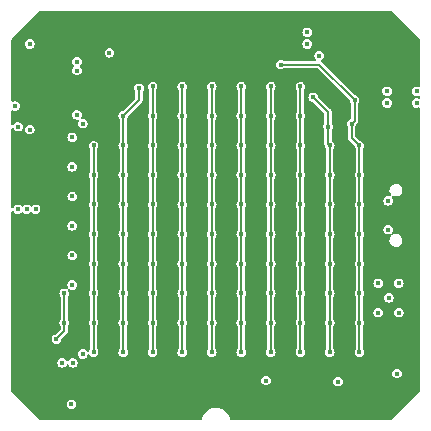
<source format=gbr>
%TF.GenerationSoftware,KiCad,Pcbnew,7.0.7*%
%TF.CreationDate,2023-11-05T15:43:27+10:00*%
%TF.ProjectId,LEDBoard,4c454442-6f61-4726-942e-6b696361645f,rev?*%
%TF.SameCoordinates,Original*%
%TF.FileFunction,Copper,L3,Inr*%
%TF.FilePolarity,Positive*%
%FSLAX46Y46*%
G04 Gerber Fmt 4.6, Leading zero omitted, Abs format (unit mm)*
G04 Created by KiCad (PCBNEW 7.0.7) date 2023-11-05 15:43:27*
%MOMM*%
%LPD*%
G01*
G04 APERTURE LIST*
%TA.AperFunction,ViaPad*%
%ADD10C,0.400000*%
%TD*%
%TA.AperFunction,Conductor*%
%ADD11C,0.200000*%
%TD*%
G04 APERTURE END LIST*
D10*
%TO.N,-BATT*%
X32000000Y-8000000D03*
X5400000Y-30000000D03*
X1750000Y-10250000D03*
X32150000Y-24500000D03*
X750000Y-17000000D03*
X33000000Y-23250000D03*
X33000000Y-25750000D03*
X2250000Y-17000000D03*
X8500000Y-3750000D03*
X31250000Y-25750000D03*
X32000000Y-7000000D03*
X6250000Y-29250000D03*
X31250000Y-23250000D03*
X34500000Y-8000000D03*
X26250000Y-3990000D03*
X4500000Y-30000000D03*
X32100000Y-18725000D03*
X5275000Y-33500000D03*
X32100000Y-16275000D03*
X1500000Y-17000000D03*
X1750000Y-3000000D03*
X32842947Y-30907053D03*
X34500000Y-7000000D03*
%TO.N,/LED0_R*%
X25240000Y-3000000D03*
%TO.N,/LED1_R*%
X25240000Y-2000000D03*
%TO.N,/LED2_R*%
X21750000Y-31500000D03*
%TO.N,/LED Array/COL0*%
X4000000Y-28000000D03*
X4657053Y-24092947D03*
X4657053Y-26592947D03*
X5750000Y-4500000D03*
%TO.N,/LED Array/ROW0*%
X5750000Y-5250000D03*
%TO.N,/LED Array/COL1*%
X7157053Y-26592947D03*
X7157053Y-14092947D03*
X7157053Y-21592947D03*
X7157053Y-29092947D03*
X6250000Y-9750000D03*
X7157053Y-16592947D03*
X7157053Y-24092947D03*
X7157053Y-19092947D03*
X7157053Y-11592947D03*
%TO.N,/LED Array/COL2*%
X9657053Y-16592947D03*
X9657053Y-24092947D03*
X9657053Y-9092947D03*
X9657053Y-21592947D03*
X9657053Y-26592947D03*
X9657053Y-14092947D03*
X9657053Y-11592947D03*
X9657053Y-29092947D03*
X11000000Y-6750000D03*
X9657053Y-19092947D03*
%TO.N,/LED Array/COL3*%
X12157053Y-26592947D03*
X12157053Y-29092947D03*
X12157053Y-14092947D03*
X12157053Y-11592947D03*
X12157053Y-19092947D03*
X12157053Y-21592947D03*
X12157053Y-16592947D03*
X12157053Y-6592947D03*
X12157053Y-9092947D03*
X12157053Y-24092947D03*
%TO.N,/LED Array/COL4*%
X14657053Y-26592947D03*
X14657053Y-29092947D03*
X14657053Y-19092947D03*
X14657053Y-6592947D03*
X14657053Y-11592947D03*
X14657053Y-24092947D03*
X14657053Y-16592947D03*
X14657053Y-9092947D03*
X14657053Y-21592947D03*
X14657053Y-14092947D03*
%TO.N,/LED Array/COL5*%
X17157053Y-19092947D03*
X17157053Y-29092947D03*
X17157053Y-21592947D03*
X17157053Y-6592947D03*
X17157053Y-24092947D03*
X17157053Y-16592947D03*
X17157053Y-14092947D03*
X17157053Y-11592947D03*
X17157053Y-9092947D03*
X17157053Y-26592947D03*
%TO.N,/LED Array/COL6*%
X19657053Y-26592947D03*
X19657053Y-29092947D03*
X19657053Y-9092947D03*
X19657053Y-6592947D03*
X19657053Y-24092947D03*
X19657053Y-19092947D03*
X19657053Y-14092947D03*
X19657053Y-16592947D03*
X19657053Y-21592947D03*
X19657053Y-11592947D03*
%TO.N,/LED Array/COL7*%
X22157053Y-19092947D03*
X22157053Y-14092947D03*
X22157053Y-24092947D03*
X22157053Y-6592947D03*
X22157053Y-26592947D03*
X22157053Y-9092947D03*
X22157053Y-21592947D03*
X22157053Y-11592947D03*
X22157053Y-29092947D03*
X22157053Y-16592947D03*
%TO.N,/LED Array/COL8*%
X24657053Y-29092947D03*
X24657053Y-11592947D03*
X24657053Y-26592947D03*
X24657053Y-21592947D03*
X24657053Y-16592947D03*
X24657053Y-9092947D03*
X24657053Y-24092947D03*
X24657053Y-6592947D03*
X24657053Y-19092947D03*
X24657053Y-14092947D03*
%TO.N,/LED Array/COL9*%
X27157053Y-16592947D03*
X27157053Y-21592947D03*
X27157053Y-24092947D03*
X27157053Y-26592947D03*
X27157053Y-14092947D03*
X27157053Y-19092947D03*
X27157053Y-29092947D03*
X25750000Y-7500000D03*
X27000000Y-10000000D03*
X27157053Y-11592947D03*
%TO.N,/LED Array/COL10*%
X29657053Y-24092947D03*
X29657053Y-11592947D03*
X23000000Y-4750000D03*
X29657053Y-14092947D03*
X29657053Y-29092947D03*
X29657053Y-21592947D03*
X29657053Y-26592947D03*
X29250000Y-7750000D03*
X29657053Y-16592947D03*
X29657053Y-19092947D03*
X29000000Y-9750000D03*
%TO.N,/LED Array/ROW1*%
X5750000Y-9000000D03*
%TO.N,/LED Array/ROW2*%
X5342947Y-10907053D03*
%TO.N,/LED Array/ROW3*%
X5342947Y-13407053D03*
%TO.N,/LED Array/ROW4*%
X5342947Y-15907053D03*
%TO.N,/LED Array/ROW5*%
X5342947Y-18407053D03*
%TO.N,/LED Array/ROW6*%
X5342947Y-20907053D03*
%TO.N,/LED Array/ROW7*%
X5342947Y-23407053D03*
%TO.N,/LED Array/ROW8*%
X500000Y-8250000D03*
%TO.N,/LED Array/ROW9*%
X750000Y-10000000D03*
%TO.N,+BATT*%
X32000000Y-5000000D03*
X32000000Y-6000000D03*
X6250000Y-31250000D03*
X4500000Y-32000000D03*
X34500000Y-5000000D03*
X31510000Y-13500000D03*
X5400000Y-32000000D03*
X34500000Y-6000000D03*
X25250000Y-3990000D03*
%TO.N,/LED3_R*%
X27842947Y-31592947D03*
%TD*%
D11*
%TO.N,/LED Array/COL0*%
X4000000Y-28000000D02*
X4657053Y-27342947D01*
X4657053Y-27342947D02*
X4657053Y-24092947D01*
%TO.N,/LED Array/COL1*%
X7157053Y-11592947D02*
X7157053Y-29092947D01*
%TO.N,/LED Array/COL2*%
X11000000Y-7750000D02*
X9657053Y-9092947D01*
X11000000Y-6750000D02*
X11000000Y-7750000D01*
X9657053Y-9092947D02*
X9657053Y-29092947D01*
%TO.N,/LED Array/COL3*%
X12157053Y-6592947D02*
X12157053Y-29092947D01*
%TO.N,/LED Array/COL4*%
X14657053Y-29092947D02*
X14657053Y-6592947D01*
%TO.N,/LED Array/COL5*%
X17157053Y-29092947D02*
X17157053Y-6592947D01*
%TO.N,/LED Array/COL6*%
X19657053Y-29092947D02*
X19657053Y-6592947D01*
%TO.N,/LED Array/COL7*%
X22157053Y-29092947D02*
X22157053Y-6592947D01*
%TO.N,/LED Array/COL8*%
X24657053Y-29092947D02*
X24657053Y-6592947D01*
%TO.N,/LED Array/COL9*%
X25750000Y-7500000D02*
X27000000Y-8750000D01*
X27000000Y-8750000D02*
X27000000Y-10000000D01*
X27000000Y-11435894D02*
X27157053Y-11592947D01*
X27157053Y-11592947D02*
X27157053Y-29092947D01*
X27000000Y-10000000D02*
X27000000Y-11435894D01*
%TO.N,/LED Array/COL10*%
X29657053Y-11592947D02*
X29657053Y-29092947D01*
X29250000Y-7750000D02*
X29250000Y-9500000D01*
X26250000Y-4750000D02*
X29250000Y-7750000D01*
X29000000Y-9750000D02*
X29000000Y-10935894D01*
X23000000Y-4750000D02*
X26250000Y-4750000D01*
X29000000Y-10935894D02*
X29657053Y-11592947D01*
X29250000Y-9500000D02*
X29000000Y-9750000D01*
%TD*%
%TA.AperFunction,Conductor*%
%TO.N,+BATT*%
G36*
X32434134Y-219407D02*
G01*
X32445947Y-229496D01*
X34770504Y-2554053D01*
X34798281Y-2608570D01*
X34799500Y-2624057D01*
X34799500Y-6541558D01*
X34780593Y-6599749D01*
X34731093Y-6635713D01*
X34669907Y-6635713D01*
X34655555Y-6629767D01*
X34625310Y-6614356D01*
X34625305Y-6614354D01*
X34625304Y-6614354D01*
X34500000Y-6594508D01*
X34374696Y-6614354D01*
X34374692Y-6614355D01*
X34261659Y-6671949D01*
X34171949Y-6761659D01*
X34114355Y-6874692D01*
X34114354Y-6874696D01*
X34094713Y-6998708D01*
X34094508Y-7000000D01*
X34109476Y-7094508D01*
X34114354Y-7125303D01*
X34114355Y-7125307D01*
X34138121Y-7171949D01*
X34171950Y-7238342D01*
X34261658Y-7328050D01*
X34374696Y-7385646D01*
X34466547Y-7400193D01*
X34479334Y-7402219D01*
X34495427Y-7410418D01*
X34520665Y-7402219D01*
X34625304Y-7385646D01*
X34625310Y-7385643D01*
X34655555Y-7370233D01*
X34715987Y-7360661D01*
X34770503Y-7388438D01*
X34798281Y-7442955D01*
X34799500Y-7458442D01*
X34799500Y-7541558D01*
X34780593Y-7599749D01*
X34731093Y-7635713D01*
X34669907Y-7635713D01*
X34655555Y-7629767D01*
X34625310Y-7614356D01*
X34625305Y-7614354D01*
X34625304Y-7614354D01*
X34520664Y-7597780D01*
X34504571Y-7589581D01*
X34479334Y-7597781D01*
X34374696Y-7614354D01*
X34374692Y-7614355D01*
X34261659Y-7671949D01*
X34171949Y-7761659D01*
X34114355Y-7874692D01*
X34114354Y-7874696D01*
X34094508Y-7999999D01*
X34094508Y-8000000D01*
X34114354Y-8125303D01*
X34114355Y-8125307D01*
X34169944Y-8234406D01*
X34171950Y-8238342D01*
X34261658Y-8328050D01*
X34374696Y-8385646D01*
X34500000Y-8405492D01*
X34625304Y-8385646D01*
X34625310Y-8385643D01*
X34655555Y-8370233D01*
X34715987Y-8360661D01*
X34770503Y-8388438D01*
X34798281Y-8442955D01*
X34799500Y-8458442D01*
X34799500Y-32375942D01*
X34780593Y-32434133D01*
X34770504Y-32445946D01*
X32445947Y-34770504D01*
X32391430Y-34798281D01*
X32375943Y-34799500D01*
X18766737Y-34799500D01*
X18708546Y-34780593D01*
X18672582Y-34731093D01*
X18669241Y-34717691D01*
X18664024Y-34688101D01*
X18592179Y-34490709D01*
X18592176Y-34490703D01*
X18592175Y-34490700D01*
X18521339Y-34368011D01*
X18487149Y-34308791D01*
X18486161Y-34307613D01*
X18352131Y-34147884D01*
X18352129Y-34147882D01*
X18352124Y-34147876D01*
X18352117Y-34147870D01*
X18352115Y-34147868D01*
X18191214Y-34012855D01*
X18191212Y-34012853D01*
X18191209Y-34012851D01*
X18175339Y-34003688D01*
X18009299Y-33907824D01*
X18009296Y-33907823D01*
X18002892Y-33905492D01*
X17811899Y-33835976D01*
X17766948Y-33828050D01*
X17605034Y-33799500D01*
X17605030Y-33799500D01*
X17394970Y-33799500D01*
X17394965Y-33799500D01*
X17188101Y-33835976D01*
X16990703Y-33907823D01*
X16990700Y-33907824D01*
X16808792Y-34012850D01*
X16808785Y-34012855D01*
X16647884Y-34147868D01*
X16647868Y-34147884D01*
X16512855Y-34308785D01*
X16512850Y-34308792D01*
X16407824Y-34490700D01*
X16407823Y-34490703D01*
X16335976Y-34688101D01*
X16330759Y-34717691D01*
X16302034Y-34771714D01*
X16247042Y-34798536D01*
X16233263Y-34799500D01*
X2624058Y-34799500D01*
X2565867Y-34780593D01*
X2554054Y-34770504D01*
X1283550Y-33500000D01*
X4869508Y-33500000D01*
X4889354Y-33625303D01*
X4889355Y-33625307D01*
X4944944Y-33734406D01*
X4946950Y-33738342D01*
X5036658Y-33828050D01*
X5149696Y-33885646D01*
X5275000Y-33905492D01*
X5400304Y-33885646D01*
X5513342Y-33828050D01*
X5603050Y-33738342D01*
X5660646Y-33625304D01*
X5680492Y-33500000D01*
X5660646Y-33374696D01*
X5603050Y-33261658D01*
X5513342Y-33171950D01*
X5509406Y-33169944D01*
X5400307Y-33114355D01*
X5400304Y-33114354D01*
X5275000Y-33094508D01*
X5149696Y-33114354D01*
X5149692Y-33114355D01*
X5036659Y-33171949D01*
X4946949Y-33261659D01*
X4889355Y-33374692D01*
X4889354Y-33374696D01*
X4869508Y-33499999D01*
X4869508Y-33500000D01*
X1283550Y-33500000D01*
X229496Y-32445946D01*
X201719Y-32391429D01*
X200500Y-32375942D01*
X200500Y-31500000D01*
X21344508Y-31500000D01*
X21364354Y-31625303D01*
X21364355Y-31625307D01*
X21411713Y-31718251D01*
X21421950Y-31738342D01*
X21511658Y-31828050D01*
X21624696Y-31885646D01*
X21732866Y-31902778D01*
X21749999Y-31905492D01*
X21749999Y-31905491D01*
X21750000Y-31905492D01*
X21875304Y-31885646D01*
X21988342Y-31828050D01*
X22078050Y-31738342D01*
X22135646Y-31625304D01*
X22140771Y-31592947D01*
X27437455Y-31592947D01*
X27457301Y-31718250D01*
X27457302Y-31718254D01*
X27512891Y-31827353D01*
X27514897Y-31831289D01*
X27604605Y-31920997D01*
X27717643Y-31978593D01*
X27842947Y-31998439D01*
X27968251Y-31978593D01*
X28081289Y-31920997D01*
X28170997Y-31831289D01*
X28228593Y-31718251D01*
X28248439Y-31592947D01*
X28228593Y-31467643D01*
X28170997Y-31354605D01*
X28081289Y-31264897D01*
X28074932Y-31261658D01*
X27968254Y-31207302D01*
X27968251Y-31207301D01*
X27842947Y-31187455D01*
X27717643Y-31207301D01*
X27717639Y-31207302D01*
X27604606Y-31264896D01*
X27514896Y-31354606D01*
X27457302Y-31467639D01*
X27457301Y-31467643D01*
X27437455Y-31592946D01*
X27437455Y-31592947D01*
X22140771Y-31592947D01*
X22155492Y-31500000D01*
X22135646Y-31374696D01*
X22078050Y-31261658D01*
X21988342Y-31171950D01*
X21984406Y-31169944D01*
X21875307Y-31114355D01*
X21875304Y-31114354D01*
X21750000Y-31094508D01*
X21624696Y-31114354D01*
X21624692Y-31114355D01*
X21511659Y-31171949D01*
X21421949Y-31261659D01*
X21364355Y-31374692D01*
X21364354Y-31374696D01*
X21344508Y-31499999D01*
X21344508Y-31500000D01*
X200500Y-31500000D01*
X200500Y-30907053D01*
X32437455Y-30907053D01*
X32457301Y-31032356D01*
X32457302Y-31032360D01*
X32499081Y-31114354D01*
X32514897Y-31145395D01*
X32604605Y-31235103D01*
X32717643Y-31292699D01*
X32825813Y-31309831D01*
X32842946Y-31312545D01*
X32842946Y-31312544D01*
X32842947Y-31312545D01*
X32968251Y-31292699D01*
X33081289Y-31235103D01*
X33170997Y-31145395D01*
X33228593Y-31032357D01*
X33248439Y-30907053D01*
X33228593Y-30781749D01*
X33170997Y-30668711D01*
X33081289Y-30579003D01*
X33077353Y-30576997D01*
X32968254Y-30521408D01*
X32968251Y-30521407D01*
X32842947Y-30501561D01*
X32717643Y-30521407D01*
X32717639Y-30521408D01*
X32604606Y-30579002D01*
X32514896Y-30668712D01*
X32457302Y-30781745D01*
X32457301Y-30781749D01*
X32437455Y-30907052D01*
X32437455Y-30907053D01*
X200500Y-30907053D01*
X200500Y-30000000D01*
X4094508Y-30000000D01*
X4114354Y-30125303D01*
X4114355Y-30125307D01*
X4116164Y-30128857D01*
X4171950Y-30238342D01*
X4261658Y-30328050D01*
X4374696Y-30385646D01*
X4500000Y-30405492D01*
X4625304Y-30385646D01*
X4738342Y-30328050D01*
X4828050Y-30238342D01*
X4861791Y-30172120D01*
X4905055Y-30128857D01*
X4965487Y-30119286D01*
X5020004Y-30147064D01*
X5038206Y-30172117D01*
X5071950Y-30238342D01*
X5161658Y-30328050D01*
X5274696Y-30385646D01*
X5400000Y-30405492D01*
X5525304Y-30385646D01*
X5638342Y-30328050D01*
X5728050Y-30238342D01*
X5785646Y-30125304D01*
X5805492Y-30000000D01*
X5785646Y-29874696D01*
X5728050Y-29761658D01*
X5638342Y-29671950D01*
X5567088Y-29635644D01*
X5525307Y-29614355D01*
X5525304Y-29614354D01*
X5400000Y-29594508D01*
X5274696Y-29614354D01*
X5274692Y-29614355D01*
X5161659Y-29671949D01*
X5071949Y-29761659D01*
X5038209Y-29827878D01*
X4994944Y-29871142D01*
X4934512Y-29880713D01*
X4879996Y-29852935D01*
X4861791Y-29827878D01*
X4857658Y-29819768D01*
X4828050Y-29761658D01*
X4738342Y-29671950D01*
X4667088Y-29635644D01*
X4625307Y-29614355D01*
X4625304Y-29614354D01*
X4500000Y-29594508D01*
X4374696Y-29614354D01*
X4374692Y-29614355D01*
X4261659Y-29671949D01*
X4171949Y-29761659D01*
X4114355Y-29874692D01*
X4114354Y-29874696D01*
X4094508Y-29999999D01*
X4094508Y-30000000D01*
X200500Y-30000000D01*
X200500Y-29250000D01*
X5844508Y-29250000D01*
X5857382Y-29331287D01*
X5864354Y-29375303D01*
X5864355Y-29375307D01*
X5887636Y-29420997D01*
X5921950Y-29488342D01*
X6011658Y-29578050D01*
X6124696Y-29635646D01*
X6250000Y-29655492D01*
X6375304Y-29635646D01*
X6488342Y-29578050D01*
X6578050Y-29488342D01*
X6635646Y-29375304D01*
X6639151Y-29353169D01*
X6666927Y-29298654D01*
X6721443Y-29270875D01*
X6781875Y-29280445D01*
X6825140Y-29323708D01*
X6829003Y-29331289D01*
X6918711Y-29420997D01*
X7031749Y-29478593D01*
X7139919Y-29495725D01*
X7157052Y-29498439D01*
X7157052Y-29498438D01*
X7157053Y-29498439D01*
X7282357Y-29478593D01*
X7395395Y-29420997D01*
X7485103Y-29331289D01*
X7542699Y-29218251D01*
X7562545Y-29092947D01*
X9251561Y-29092947D01*
X9256589Y-29124696D01*
X9271407Y-29218250D01*
X9271408Y-29218254D01*
X9325140Y-29323708D01*
X9329003Y-29331289D01*
X9418711Y-29420997D01*
X9531749Y-29478593D01*
X9639919Y-29495725D01*
X9657052Y-29498439D01*
X9657052Y-29498438D01*
X9657053Y-29498439D01*
X9782357Y-29478593D01*
X9895395Y-29420997D01*
X9985103Y-29331289D01*
X10042699Y-29218251D01*
X10062545Y-29092947D01*
X11751561Y-29092947D01*
X11756589Y-29124696D01*
X11771407Y-29218250D01*
X11771408Y-29218254D01*
X11825140Y-29323708D01*
X11829003Y-29331289D01*
X11918711Y-29420997D01*
X12031749Y-29478593D01*
X12157053Y-29498439D01*
X12282357Y-29478593D01*
X12395395Y-29420997D01*
X12485103Y-29331289D01*
X12542699Y-29218251D01*
X12562545Y-29092947D01*
X14251561Y-29092947D01*
X14256589Y-29124696D01*
X14271407Y-29218250D01*
X14271408Y-29218254D01*
X14325140Y-29323708D01*
X14329003Y-29331289D01*
X14418711Y-29420997D01*
X14531749Y-29478593D01*
X14657053Y-29498439D01*
X14782357Y-29478593D01*
X14895395Y-29420997D01*
X14985103Y-29331289D01*
X15042699Y-29218251D01*
X15062545Y-29092947D01*
X16751561Y-29092947D01*
X16756589Y-29124696D01*
X16771407Y-29218250D01*
X16771408Y-29218254D01*
X16825140Y-29323708D01*
X16829003Y-29331289D01*
X16918711Y-29420997D01*
X17031749Y-29478593D01*
X17139919Y-29495725D01*
X17157052Y-29498439D01*
X17157052Y-29498438D01*
X17157053Y-29498439D01*
X17282357Y-29478593D01*
X17395395Y-29420997D01*
X17485103Y-29331289D01*
X17542699Y-29218251D01*
X17562545Y-29092947D01*
X19251561Y-29092947D01*
X19256589Y-29124696D01*
X19271407Y-29218250D01*
X19271408Y-29218254D01*
X19325140Y-29323708D01*
X19329003Y-29331289D01*
X19418711Y-29420997D01*
X19531749Y-29478593D01*
X19639919Y-29495725D01*
X19657052Y-29498439D01*
X19657052Y-29498438D01*
X19657053Y-29498439D01*
X19782357Y-29478593D01*
X19895395Y-29420997D01*
X19985103Y-29331289D01*
X20042699Y-29218251D01*
X20062545Y-29092947D01*
X21751561Y-29092947D01*
X21756589Y-29124696D01*
X21771407Y-29218250D01*
X21771408Y-29218254D01*
X21825140Y-29323708D01*
X21829003Y-29331289D01*
X21918711Y-29420997D01*
X22031749Y-29478593D01*
X22157053Y-29498439D01*
X22282357Y-29478593D01*
X22395395Y-29420997D01*
X22485103Y-29331289D01*
X22542699Y-29218251D01*
X22562545Y-29092947D01*
X24251561Y-29092947D01*
X24256589Y-29124696D01*
X24271407Y-29218250D01*
X24271408Y-29218254D01*
X24325140Y-29323708D01*
X24329003Y-29331289D01*
X24418711Y-29420997D01*
X24531749Y-29478593D01*
X24657053Y-29498439D01*
X24782357Y-29478593D01*
X24895395Y-29420997D01*
X24985103Y-29331289D01*
X25042699Y-29218251D01*
X25062545Y-29092947D01*
X25042699Y-28967643D01*
X24985103Y-28854605D01*
X24985099Y-28854601D01*
X24980522Y-28848300D01*
X24982036Y-28847199D01*
X24958770Y-28801522D01*
X24957553Y-28786047D01*
X24957553Y-26899846D01*
X24976460Y-26841655D01*
X24983903Y-26832939D01*
X24985096Y-26831295D01*
X24985103Y-26831289D01*
X25042699Y-26718251D01*
X25062545Y-26592947D01*
X25042699Y-26467643D01*
X24985103Y-26354605D01*
X24985099Y-26354601D01*
X24980522Y-26348300D01*
X24982036Y-26347199D01*
X24958770Y-26301522D01*
X24957553Y-26286047D01*
X24957553Y-24399846D01*
X24976460Y-24341655D01*
X24983903Y-24332939D01*
X24985096Y-24331295D01*
X24985103Y-24331289D01*
X25042699Y-24218251D01*
X25062545Y-24092947D01*
X25042699Y-23967643D01*
X24985103Y-23854605D01*
X24985099Y-23854601D01*
X24980522Y-23848300D01*
X24982036Y-23847199D01*
X24958770Y-23801522D01*
X24957553Y-23786047D01*
X24957553Y-21899845D01*
X24976460Y-21841654D01*
X24983900Y-21832944D01*
X24985102Y-21831290D01*
X24985104Y-21831288D01*
X25042699Y-21718251D01*
X25062545Y-21592947D01*
X25042699Y-21467643D01*
X24985103Y-21354605D01*
X24980525Y-21348304D01*
X24982039Y-21347203D01*
X24958770Y-21301522D01*
X24957553Y-21286047D01*
X24957553Y-19399846D01*
X24976460Y-19341655D01*
X24983903Y-19332939D01*
X24985096Y-19331295D01*
X24985103Y-19331289D01*
X25042699Y-19218251D01*
X25062545Y-19092947D01*
X25042699Y-18967643D01*
X24985103Y-18854605D01*
X24985099Y-18854601D01*
X24980522Y-18848300D01*
X24982036Y-18847199D01*
X24958770Y-18801522D01*
X24957553Y-18786047D01*
X24957553Y-16899846D01*
X24976460Y-16841655D01*
X24983903Y-16832939D01*
X24985096Y-16831295D01*
X24985103Y-16831289D01*
X25042699Y-16718251D01*
X25062545Y-16592947D01*
X25042699Y-16467643D01*
X24985103Y-16354605D01*
X24985099Y-16354601D01*
X24980522Y-16348300D01*
X24982036Y-16347199D01*
X24958770Y-16301522D01*
X24957553Y-16286047D01*
X24957553Y-14399846D01*
X24976460Y-14341655D01*
X24983903Y-14332939D01*
X24985096Y-14331295D01*
X24985103Y-14331289D01*
X25042699Y-14218251D01*
X25062545Y-14092947D01*
X25042699Y-13967643D01*
X24985103Y-13854605D01*
X24985099Y-13854601D01*
X24980522Y-13848300D01*
X24982036Y-13847199D01*
X24958770Y-13801522D01*
X24957553Y-13786047D01*
X24957553Y-11899845D01*
X24976460Y-11841654D01*
X24983900Y-11832944D01*
X24985102Y-11831290D01*
X24985104Y-11831288D01*
X25042699Y-11718251D01*
X25062545Y-11592947D01*
X25042699Y-11467643D01*
X24985103Y-11354605D01*
X24985099Y-11354601D01*
X24980522Y-11348300D01*
X24982036Y-11347199D01*
X24958770Y-11301522D01*
X24957553Y-11286047D01*
X24957553Y-9399846D01*
X24976460Y-9341655D01*
X24983903Y-9332939D01*
X24985096Y-9331295D01*
X24985103Y-9331289D01*
X25042699Y-9218251D01*
X25062545Y-9092947D01*
X25042699Y-8967643D01*
X24985103Y-8854605D01*
X24985099Y-8854601D01*
X24980522Y-8848300D01*
X24982036Y-8847199D01*
X24958770Y-8801522D01*
X24957553Y-8786047D01*
X24957553Y-7500000D01*
X25344508Y-7500000D01*
X25359476Y-7594508D01*
X25364354Y-7625303D01*
X25364355Y-7625307D01*
X25373223Y-7642711D01*
X25421950Y-7738342D01*
X25511658Y-7828050D01*
X25624696Y-7885646D01*
X25695082Y-7896793D01*
X25749598Y-7924570D01*
X25749599Y-7924570D01*
X26670504Y-8845475D01*
X26698281Y-8899992D01*
X26699500Y-8915479D01*
X26699500Y-9693100D01*
X26680593Y-9751291D01*
X26673153Y-9760002D01*
X26671950Y-9761658D01*
X26614355Y-9874692D01*
X26614354Y-9874696D01*
X26594508Y-9999999D01*
X26594508Y-10000000D01*
X26614354Y-10125303D01*
X26614355Y-10125307D01*
X26630960Y-10157895D01*
X26671950Y-10238342D01*
X26671952Y-10238344D01*
X26676531Y-10244647D01*
X26675015Y-10245747D01*
X26698282Y-10291424D01*
X26699499Y-10306899D01*
X26699500Y-11370729D01*
X26697280Y-11384407D01*
X26698494Y-11384577D01*
X26697226Y-11393660D01*
X26699447Y-11441677D01*
X26699500Y-11443963D01*
X26699500Y-11463736D01*
X26700152Y-11467226D01*
X26700943Y-11474043D01*
X26702414Y-11505881D01*
X26702415Y-11505888D01*
X26706384Y-11514876D01*
X26713133Y-11536667D01*
X26714939Y-11546327D01*
X26731717Y-11573427D01*
X26734915Y-11579494D01*
X26751499Y-11617048D01*
X26749599Y-11617886D01*
X26759421Y-11642581D01*
X26771407Y-11718252D01*
X26800204Y-11774770D01*
X26829003Y-11831289D01*
X26829004Y-11831290D01*
X26833584Y-11837594D01*
X26832067Y-11838695D01*
X26855333Y-11884358D01*
X26856552Y-11899845D01*
X26856552Y-13786048D01*
X26837645Y-13844239D01*
X26830204Y-13852950D01*
X26829002Y-13854605D01*
X26771407Y-13967641D01*
X26771407Y-13967643D01*
X26751561Y-14092946D01*
X26751561Y-14092947D01*
X26771407Y-14218250D01*
X26771408Y-14218254D01*
X26800734Y-14275808D01*
X26829003Y-14331289D01*
X26829004Y-14331290D01*
X26833584Y-14337594D01*
X26832067Y-14338695D01*
X26855333Y-14384358D01*
X26856552Y-14399845D01*
X26856552Y-16286048D01*
X26837645Y-16344239D01*
X26830204Y-16352950D01*
X26829002Y-16354605D01*
X26771407Y-16467641D01*
X26771407Y-16467643D01*
X26751561Y-16592946D01*
X26751561Y-16592947D01*
X26771407Y-16718250D01*
X26771407Y-16718252D01*
X26829002Y-16831288D01*
X26833581Y-16837590D01*
X26832065Y-16838691D01*
X26855333Y-16884358D01*
X26856552Y-16899845D01*
X26856552Y-18786048D01*
X26837645Y-18844239D01*
X26830204Y-18852950D01*
X26829002Y-18854605D01*
X26771407Y-18967641D01*
X26771407Y-18967643D01*
X26751561Y-19092947D01*
X26768799Y-19201787D01*
X26771407Y-19218250D01*
X26771407Y-19218252D01*
X26829002Y-19331288D01*
X26833581Y-19337590D01*
X26832065Y-19338691D01*
X26855333Y-19384358D01*
X26856552Y-19399845D01*
X26856552Y-21286048D01*
X26837645Y-21344239D01*
X26830204Y-21352950D01*
X26829002Y-21354605D01*
X26771407Y-21467641D01*
X26771407Y-21467643D01*
X26751561Y-21592946D01*
X26751561Y-21592947D01*
X26771407Y-21718250D01*
X26771408Y-21718254D01*
X26800734Y-21775808D01*
X26829003Y-21831289D01*
X26829004Y-21831290D01*
X26833584Y-21837594D01*
X26832067Y-21838695D01*
X26855333Y-21884358D01*
X26856552Y-21899845D01*
X26856552Y-23786048D01*
X26837645Y-23844239D01*
X26830204Y-23852950D01*
X26829002Y-23854605D01*
X26771407Y-23967641D01*
X26771407Y-23967643D01*
X26751561Y-24092946D01*
X26751561Y-24092947D01*
X26771407Y-24218250D01*
X26771407Y-24218252D01*
X26829002Y-24331288D01*
X26833581Y-24337590D01*
X26832065Y-24338691D01*
X26855333Y-24384358D01*
X26856552Y-24399845D01*
X26856552Y-26286048D01*
X26837645Y-26344239D01*
X26830204Y-26352950D01*
X26829002Y-26354605D01*
X26771407Y-26467641D01*
X26771407Y-26467643D01*
X26751561Y-26592946D01*
X26751561Y-26592947D01*
X26771407Y-26718250D01*
X26771408Y-26718254D01*
X26800734Y-26775808D01*
X26829003Y-26831289D01*
X26829004Y-26831290D01*
X26833584Y-26837594D01*
X26832067Y-26838695D01*
X26855333Y-26884358D01*
X26856552Y-26899845D01*
X26856552Y-28786048D01*
X26837645Y-28844239D01*
X26830204Y-28852950D01*
X26829002Y-28854605D01*
X26771407Y-28967641D01*
X26771407Y-28967643D01*
X26763236Y-29019236D01*
X26751561Y-29092947D01*
X26756589Y-29124696D01*
X26771407Y-29218250D01*
X26771408Y-29218254D01*
X26825140Y-29323708D01*
X26829003Y-29331289D01*
X26918711Y-29420997D01*
X27031749Y-29478593D01*
X27139919Y-29495725D01*
X27157052Y-29498439D01*
X27157052Y-29498438D01*
X27157053Y-29498439D01*
X27282357Y-29478593D01*
X27395395Y-29420997D01*
X27485103Y-29331289D01*
X27542699Y-29218251D01*
X27562545Y-29092947D01*
X27542699Y-28967643D01*
X27485103Y-28854605D01*
X27485099Y-28854601D01*
X27480522Y-28848300D01*
X27482036Y-28847199D01*
X27458770Y-28801522D01*
X27457553Y-28786047D01*
X27457553Y-26899845D01*
X27476460Y-26841654D01*
X27483900Y-26832944D01*
X27485102Y-26831290D01*
X27485104Y-26831288D01*
X27542699Y-26718251D01*
X27562545Y-26592947D01*
X27542699Y-26467643D01*
X27485103Y-26354605D01*
X27485099Y-26354601D01*
X27480522Y-26348300D01*
X27482036Y-26347199D01*
X27458770Y-26301522D01*
X27457553Y-26286047D01*
X27457553Y-24399846D01*
X27476460Y-24341655D01*
X27483903Y-24332939D01*
X27485096Y-24331295D01*
X27485103Y-24331289D01*
X27542699Y-24218251D01*
X27562545Y-24092947D01*
X27542699Y-23967643D01*
X27485103Y-23854605D01*
X27480525Y-23848304D01*
X27482039Y-23847203D01*
X27458770Y-23801522D01*
X27457553Y-23786047D01*
X27457553Y-21899846D01*
X27476460Y-21841655D01*
X27483903Y-21832939D01*
X27485096Y-21831295D01*
X27485103Y-21831289D01*
X27542699Y-21718251D01*
X27562545Y-21592947D01*
X27542699Y-21467643D01*
X27485103Y-21354605D01*
X27485099Y-21354601D01*
X27480522Y-21348300D01*
X27482036Y-21347199D01*
X27458770Y-21301522D01*
X27457553Y-21286047D01*
X27457553Y-19399846D01*
X27476460Y-19341655D01*
X27483903Y-19332939D01*
X27485096Y-19331295D01*
X27485103Y-19331289D01*
X27542699Y-19218251D01*
X27562545Y-19092947D01*
X27542699Y-18967643D01*
X27485103Y-18854605D01*
X27485099Y-18854601D01*
X27480522Y-18848300D01*
X27482036Y-18847199D01*
X27458770Y-18801522D01*
X27457553Y-18786047D01*
X27457553Y-16899846D01*
X27476460Y-16841655D01*
X27483903Y-16832939D01*
X27485096Y-16831295D01*
X27485103Y-16831289D01*
X27542699Y-16718251D01*
X27562545Y-16592947D01*
X27542699Y-16467643D01*
X27485103Y-16354605D01*
X27485099Y-16354601D01*
X27480522Y-16348300D01*
X27482036Y-16347199D01*
X27458770Y-16301522D01*
X27457553Y-16286047D01*
X27457553Y-14399845D01*
X27476460Y-14341654D01*
X27483900Y-14332944D01*
X27485102Y-14331290D01*
X27485104Y-14331288D01*
X27542699Y-14218251D01*
X27562545Y-14092947D01*
X27542699Y-13967643D01*
X27485103Y-13854605D01*
X27485099Y-13854601D01*
X27480522Y-13848300D01*
X27482036Y-13847199D01*
X27458770Y-13801522D01*
X27457553Y-13786047D01*
X27457553Y-11899845D01*
X27476460Y-11841654D01*
X27483900Y-11832944D01*
X27485102Y-11831290D01*
X27485104Y-11831288D01*
X27542699Y-11718251D01*
X27562545Y-11592947D01*
X27542699Y-11467643D01*
X27485103Y-11354605D01*
X27395395Y-11264897D01*
X27395392Y-11264895D01*
X27395393Y-11264895D01*
X27354554Y-11244087D01*
X27311290Y-11200823D01*
X27300500Y-11155878D01*
X27300500Y-10306899D01*
X27319407Y-10248708D01*
X27326850Y-10239992D01*
X27328043Y-10238348D01*
X27328050Y-10238342D01*
X27385646Y-10125304D01*
X27405492Y-10000000D01*
X27405287Y-9998708D01*
X27393130Y-9921950D01*
X27385646Y-9874696D01*
X27328050Y-9761658D01*
X27328046Y-9761654D01*
X27323469Y-9755353D01*
X27324983Y-9754252D01*
X27301717Y-9708575D01*
X27300500Y-9693100D01*
X27300500Y-9268121D01*
X27300499Y-8815162D01*
X27302767Y-8801501D01*
X27301505Y-8801325D01*
X27302773Y-8792233D01*
X27301509Y-8764896D01*
X27300552Y-8744208D01*
X27300500Y-8741928D01*
X27300500Y-8722160D01*
X27300500Y-8722156D01*
X27299846Y-8718664D01*
X27299056Y-8711859D01*
X27297585Y-8680008D01*
X27293615Y-8671017D01*
X27286864Y-8649215D01*
X27285061Y-8639568D01*
X27285061Y-8639567D01*
X27268276Y-8612458D01*
X27265084Y-8606401D01*
X27252206Y-8577235D01*
X27252205Y-8577233D01*
X27245256Y-8570284D01*
X27231090Y-8552399D01*
X27225919Y-8544048D01*
X27200483Y-8524839D01*
X27195306Y-8520334D01*
X26174570Y-7499599D01*
X26146794Y-7445084D01*
X26135646Y-7374696D01*
X26078050Y-7261658D01*
X25988342Y-7171950D01*
X25984406Y-7169944D01*
X25875307Y-7114355D01*
X25875304Y-7114354D01*
X25750000Y-7094508D01*
X25624696Y-7114354D01*
X25624692Y-7114355D01*
X25511659Y-7171949D01*
X25421949Y-7261659D01*
X25364355Y-7374692D01*
X25364354Y-7374696D01*
X25344572Y-7499599D01*
X25344508Y-7500000D01*
X24957553Y-7500000D01*
X24957553Y-6899846D01*
X24976460Y-6841655D01*
X24983903Y-6832939D01*
X24985096Y-6831295D01*
X24985103Y-6831289D01*
X25042699Y-6718251D01*
X25062545Y-6592947D01*
X25042699Y-6467643D01*
X24985103Y-6354605D01*
X24895395Y-6264897D01*
X24891459Y-6262891D01*
X24782360Y-6207302D01*
X24782357Y-6207301D01*
X24657053Y-6187455D01*
X24531749Y-6207301D01*
X24531745Y-6207302D01*
X24418712Y-6264896D01*
X24329002Y-6354606D01*
X24271408Y-6467639D01*
X24271407Y-6467643D01*
X24251561Y-6592947D01*
X24256589Y-6624696D01*
X24271407Y-6718250D01*
X24271408Y-6718254D01*
X24300734Y-6775808D01*
X24329003Y-6831289D01*
X24329004Y-6831290D01*
X24333584Y-6837594D01*
X24332067Y-6838695D01*
X24355334Y-6884359D01*
X24356553Y-6899846D01*
X24356553Y-8786047D01*
X24337646Y-8844238D01*
X24330206Y-8852949D01*
X24329003Y-8854605D01*
X24271408Y-8967639D01*
X24271407Y-8967643D01*
X24251561Y-9092947D01*
X24270152Y-9210330D01*
X24271407Y-9218250D01*
X24271408Y-9218254D01*
X24296817Y-9268121D01*
X24329003Y-9331289D01*
X24329004Y-9331290D01*
X24333584Y-9337594D01*
X24332067Y-9338695D01*
X24355334Y-9384359D01*
X24356553Y-9399846D01*
X24356553Y-11286047D01*
X24337646Y-11344238D01*
X24330206Y-11352949D01*
X24329003Y-11354605D01*
X24271408Y-11467639D01*
X24271407Y-11467643D01*
X24251561Y-11592946D01*
X24251561Y-11592947D01*
X24271407Y-11718250D01*
X24271408Y-11718254D01*
X24300734Y-11775808D01*
X24329003Y-11831289D01*
X24329004Y-11831290D01*
X24333584Y-11837594D01*
X24332067Y-11838695D01*
X24355334Y-11884359D01*
X24356553Y-11899846D01*
X24356553Y-13786047D01*
X24337646Y-13844238D01*
X24330206Y-13852949D01*
X24329003Y-13854605D01*
X24271408Y-13967639D01*
X24271407Y-13967643D01*
X24251561Y-14092946D01*
X24251561Y-14092947D01*
X24271407Y-14218250D01*
X24271408Y-14218254D01*
X24300734Y-14275808D01*
X24329003Y-14331289D01*
X24329004Y-14331290D01*
X24333584Y-14337594D01*
X24332067Y-14338695D01*
X24355334Y-14384359D01*
X24356553Y-14399846D01*
X24356553Y-16286047D01*
X24337646Y-16344238D01*
X24330203Y-16352952D01*
X24329002Y-16354605D01*
X24271407Y-16467641D01*
X24271407Y-16467643D01*
X24251561Y-16592946D01*
X24251561Y-16592947D01*
X24271407Y-16718250D01*
X24271408Y-16718254D01*
X24295931Y-16766382D01*
X24329003Y-16831289D01*
X24329004Y-16831290D01*
X24333584Y-16837594D01*
X24332067Y-16838695D01*
X24355334Y-16884359D01*
X24356553Y-16899846D01*
X24356553Y-18786047D01*
X24337646Y-18844238D01*
X24330203Y-18852952D01*
X24329002Y-18854605D01*
X24271407Y-18967641D01*
X24271407Y-18967643D01*
X24251561Y-19092947D01*
X24268799Y-19201787D01*
X24271407Y-19218250D01*
X24271408Y-19218254D01*
X24288914Y-19252611D01*
X24329003Y-19331289D01*
X24329004Y-19331290D01*
X24333584Y-19337594D01*
X24332067Y-19338695D01*
X24355334Y-19384359D01*
X24356553Y-19399846D01*
X24356553Y-21286047D01*
X24337646Y-21344238D01*
X24330206Y-21352949D01*
X24329003Y-21354605D01*
X24271408Y-21467639D01*
X24271407Y-21467643D01*
X24251561Y-21592946D01*
X24251561Y-21592947D01*
X24271407Y-21718250D01*
X24271408Y-21718254D01*
X24300734Y-21775808D01*
X24329003Y-21831289D01*
X24329004Y-21831290D01*
X24333584Y-21837594D01*
X24332067Y-21838695D01*
X24355334Y-21884359D01*
X24356553Y-21899846D01*
X24356553Y-23786047D01*
X24337646Y-23844238D01*
X24330206Y-23852949D01*
X24329003Y-23854605D01*
X24271408Y-23967639D01*
X24271407Y-23967643D01*
X24251561Y-24092946D01*
X24251561Y-24092947D01*
X24271407Y-24218250D01*
X24271408Y-24218254D01*
X24300734Y-24275808D01*
X24329003Y-24331289D01*
X24329004Y-24331290D01*
X24333584Y-24337594D01*
X24332067Y-24338695D01*
X24355334Y-24384359D01*
X24356553Y-24399846D01*
X24356553Y-26286047D01*
X24337646Y-26344238D01*
X24330203Y-26352952D01*
X24329002Y-26354605D01*
X24271407Y-26467641D01*
X24271407Y-26467643D01*
X24251561Y-26592946D01*
X24251561Y-26592947D01*
X24271407Y-26718250D01*
X24271408Y-26718254D01*
X24300734Y-26775808D01*
X24329003Y-26831289D01*
X24329004Y-26831290D01*
X24333584Y-26837594D01*
X24332067Y-26838695D01*
X24355334Y-26884359D01*
X24356553Y-26899846D01*
X24356553Y-28786047D01*
X24337646Y-28844238D01*
X24330203Y-28852952D01*
X24329002Y-28854605D01*
X24271407Y-28967641D01*
X24271407Y-28967643D01*
X24263236Y-29019236D01*
X24251561Y-29092947D01*
X22562545Y-29092947D01*
X22542699Y-28967643D01*
X22485103Y-28854605D01*
X22485099Y-28854601D01*
X22480522Y-28848300D01*
X22482036Y-28847199D01*
X22458770Y-28801522D01*
X22457553Y-28786047D01*
X22457553Y-26899846D01*
X22476460Y-26841655D01*
X22483903Y-26832939D01*
X22485096Y-26831295D01*
X22485103Y-26831289D01*
X22542699Y-26718251D01*
X22562545Y-26592947D01*
X22542699Y-26467643D01*
X22485103Y-26354605D01*
X22485099Y-26354601D01*
X22480522Y-26348300D01*
X22482036Y-26347199D01*
X22458770Y-26301522D01*
X22457553Y-26286047D01*
X22457553Y-24399845D01*
X22476460Y-24341654D01*
X22483900Y-24332944D01*
X22485102Y-24331290D01*
X22485104Y-24331288D01*
X22542699Y-24218251D01*
X22562545Y-24092947D01*
X22542699Y-23967643D01*
X22485103Y-23854605D01*
X22485099Y-23854601D01*
X22480522Y-23848300D01*
X22482036Y-23847199D01*
X22458770Y-23801522D01*
X22457553Y-23786047D01*
X22457553Y-21899845D01*
X22476460Y-21841654D01*
X22483900Y-21832944D01*
X22485102Y-21831290D01*
X22485104Y-21831288D01*
X22542699Y-21718251D01*
X22562545Y-21592947D01*
X22542699Y-21467643D01*
X22485103Y-21354605D01*
X22485099Y-21354601D01*
X22480522Y-21348300D01*
X22482036Y-21347199D01*
X22458770Y-21301522D01*
X22457553Y-21286047D01*
X22457553Y-19399846D01*
X22476460Y-19341655D01*
X22483903Y-19332939D01*
X22485096Y-19331295D01*
X22485103Y-19331289D01*
X22542699Y-19218251D01*
X22562545Y-19092947D01*
X22542699Y-18967643D01*
X22485103Y-18854605D01*
X22485099Y-18854601D01*
X22480522Y-18848300D01*
X22482036Y-18847199D01*
X22458770Y-18801522D01*
X22457553Y-18786047D01*
X22457553Y-16899846D01*
X22476460Y-16841655D01*
X22483903Y-16832939D01*
X22485096Y-16831295D01*
X22485103Y-16831289D01*
X22542699Y-16718251D01*
X22562545Y-16592947D01*
X22542699Y-16467643D01*
X22485103Y-16354605D01*
X22485099Y-16354601D01*
X22480522Y-16348300D01*
X22482036Y-16347199D01*
X22458770Y-16301522D01*
X22457553Y-16286047D01*
X22457553Y-14399845D01*
X22476460Y-14341654D01*
X22483900Y-14332944D01*
X22485102Y-14331290D01*
X22485104Y-14331288D01*
X22542699Y-14218251D01*
X22562545Y-14092947D01*
X22542699Y-13967643D01*
X22485103Y-13854605D01*
X22485099Y-13854601D01*
X22480522Y-13848300D01*
X22482036Y-13847199D01*
X22458770Y-13801522D01*
X22457553Y-13786047D01*
X22457553Y-11899845D01*
X22476460Y-11841654D01*
X22483900Y-11832944D01*
X22485102Y-11831290D01*
X22485104Y-11831288D01*
X22542699Y-11718251D01*
X22562545Y-11592947D01*
X22542699Y-11467643D01*
X22485103Y-11354605D01*
X22485099Y-11354601D01*
X22480522Y-11348300D01*
X22482036Y-11347199D01*
X22458770Y-11301522D01*
X22457553Y-11286047D01*
X22457553Y-9399846D01*
X22476460Y-9341655D01*
X22483903Y-9332939D01*
X22485096Y-9331295D01*
X22485103Y-9331289D01*
X22542699Y-9218251D01*
X22562545Y-9092947D01*
X22542699Y-8967643D01*
X22485103Y-8854605D01*
X22485099Y-8854601D01*
X22480522Y-8848300D01*
X22482036Y-8847199D01*
X22458770Y-8801522D01*
X22457553Y-8786047D01*
X22457553Y-6899846D01*
X22476460Y-6841655D01*
X22483903Y-6832939D01*
X22485096Y-6831295D01*
X22485103Y-6831289D01*
X22542699Y-6718251D01*
X22562545Y-6592947D01*
X22542699Y-6467643D01*
X22485103Y-6354605D01*
X22395395Y-6264897D01*
X22391459Y-6262891D01*
X22282360Y-6207302D01*
X22282357Y-6207301D01*
X22157053Y-6187455D01*
X22031749Y-6207301D01*
X22031745Y-6207302D01*
X21918712Y-6264896D01*
X21829002Y-6354606D01*
X21771408Y-6467639D01*
X21771407Y-6467643D01*
X21751561Y-6592947D01*
X21756589Y-6624696D01*
X21771407Y-6718250D01*
X21771408Y-6718254D01*
X21800734Y-6775808D01*
X21829003Y-6831289D01*
X21829004Y-6831290D01*
X21833584Y-6837594D01*
X21832067Y-6838695D01*
X21855334Y-6884359D01*
X21856553Y-6899846D01*
X21856553Y-8786047D01*
X21837646Y-8844238D01*
X21830206Y-8852949D01*
X21829003Y-8854605D01*
X21771408Y-8967639D01*
X21771407Y-8967643D01*
X21751561Y-9092947D01*
X21770152Y-9210330D01*
X21771407Y-9218250D01*
X21771408Y-9218254D01*
X21796817Y-9268121D01*
X21829003Y-9331289D01*
X21829004Y-9331290D01*
X21833584Y-9337594D01*
X21832067Y-9338695D01*
X21855334Y-9384359D01*
X21856553Y-9399846D01*
X21856553Y-11286047D01*
X21837646Y-11344238D01*
X21830206Y-11352949D01*
X21829003Y-11354605D01*
X21771408Y-11467639D01*
X21771407Y-11467643D01*
X21751561Y-11592946D01*
X21751561Y-11592947D01*
X21771407Y-11718250D01*
X21771407Y-11718252D01*
X21829003Y-11831290D01*
X21833582Y-11837591D01*
X21832064Y-11838693D01*
X21855332Y-11884346D01*
X21856553Y-11899845D01*
X21856553Y-13786047D01*
X21837646Y-13844238D01*
X21830206Y-13852949D01*
X21829003Y-13854605D01*
X21771408Y-13967639D01*
X21771407Y-13967643D01*
X21751561Y-14092946D01*
X21751561Y-14092947D01*
X21771407Y-14218250D01*
X21771408Y-14218254D01*
X21800734Y-14275808D01*
X21829003Y-14331289D01*
X21829004Y-14331290D01*
X21833584Y-14337594D01*
X21832067Y-14338695D01*
X21855334Y-14384359D01*
X21856553Y-14399846D01*
X21856553Y-16286047D01*
X21837646Y-16344238D01*
X21830206Y-16352949D01*
X21829003Y-16354605D01*
X21771408Y-16467639D01*
X21771407Y-16467643D01*
X21751561Y-16592946D01*
X21751561Y-16592947D01*
X21771407Y-16718250D01*
X21771408Y-16718254D01*
X21795931Y-16766382D01*
X21829003Y-16831289D01*
X21829004Y-16831290D01*
X21833584Y-16837594D01*
X21832067Y-16838695D01*
X21855334Y-16884359D01*
X21856553Y-16899846D01*
X21856553Y-18786047D01*
X21837646Y-18844238D01*
X21830206Y-18852949D01*
X21829003Y-18854605D01*
X21771408Y-18967639D01*
X21771407Y-18967643D01*
X21751561Y-19092947D01*
X21768799Y-19201787D01*
X21771407Y-19218250D01*
X21771408Y-19218254D01*
X21788914Y-19252611D01*
X21829003Y-19331289D01*
X21829004Y-19331290D01*
X21833584Y-19337594D01*
X21832067Y-19338695D01*
X21855334Y-19384359D01*
X21856553Y-19399846D01*
X21856553Y-21286047D01*
X21837646Y-21344238D01*
X21830203Y-21352952D01*
X21829002Y-21354605D01*
X21771407Y-21467641D01*
X21771407Y-21467643D01*
X21751561Y-21592946D01*
X21751561Y-21592947D01*
X21771407Y-21718250D01*
X21771407Y-21718252D01*
X21829003Y-21831290D01*
X21833582Y-21837591D01*
X21832064Y-21838693D01*
X21855332Y-21884346D01*
X21856553Y-21899845D01*
X21856553Y-23786047D01*
X21837646Y-23844238D01*
X21830206Y-23852949D01*
X21829003Y-23854605D01*
X21771408Y-23967639D01*
X21771407Y-23967643D01*
X21751561Y-24092946D01*
X21751561Y-24092947D01*
X21771407Y-24218250D01*
X21771408Y-24218254D01*
X21800734Y-24275808D01*
X21829003Y-24331289D01*
X21829004Y-24331290D01*
X21833584Y-24337594D01*
X21832067Y-24338695D01*
X21855334Y-24384359D01*
X21856553Y-24399846D01*
X21856553Y-26286047D01*
X21837646Y-26344238D01*
X21830206Y-26352949D01*
X21829003Y-26354605D01*
X21771408Y-26467639D01*
X21771407Y-26467643D01*
X21751561Y-26592946D01*
X21751561Y-26592947D01*
X21771407Y-26718250D01*
X21771408Y-26718254D01*
X21800734Y-26775808D01*
X21829003Y-26831289D01*
X21829004Y-26831290D01*
X21833584Y-26837594D01*
X21832067Y-26838695D01*
X21855334Y-26884359D01*
X21856553Y-26899846D01*
X21856553Y-28786047D01*
X21837646Y-28844238D01*
X21830206Y-28852949D01*
X21829003Y-28854605D01*
X21771408Y-28967639D01*
X21771407Y-28967643D01*
X21763236Y-29019236D01*
X21751561Y-29092947D01*
X20062545Y-29092947D01*
X20042699Y-28967643D01*
X19985103Y-28854605D01*
X19985099Y-28854601D01*
X19980522Y-28848300D01*
X19982036Y-28847199D01*
X19958770Y-28801522D01*
X19957553Y-28786047D01*
X19957553Y-26899846D01*
X19976460Y-26841655D01*
X19983903Y-26832939D01*
X19985096Y-26831295D01*
X19985103Y-26831289D01*
X20042699Y-26718251D01*
X20062545Y-26592947D01*
X20042699Y-26467643D01*
X19985103Y-26354605D01*
X19980525Y-26348304D01*
X19982039Y-26347203D01*
X19958770Y-26301522D01*
X19957553Y-26286047D01*
X19957553Y-24399846D01*
X19976460Y-24341655D01*
X19983903Y-24332939D01*
X19985096Y-24331295D01*
X19985103Y-24331289D01*
X20042699Y-24218251D01*
X20062545Y-24092947D01*
X20042699Y-23967643D01*
X19985103Y-23854605D01*
X19985099Y-23854601D01*
X19980522Y-23848300D01*
X19982036Y-23847199D01*
X19958770Y-23801522D01*
X19957553Y-23786047D01*
X19957553Y-21899846D01*
X19976460Y-21841655D01*
X19983903Y-21832939D01*
X19985096Y-21831295D01*
X19985103Y-21831289D01*
X20042699Y-21718251D01*
X20062545Y-21592947D01*
X20042699Y-21467643D01*
X19985103Y-21354605D01*
X19980525Y-21348304D01*
X19982039Y-21347203D01*
X19958770Y-21301522D01*
X19957553Y-21286047D01*
X19957553Y-19399846D01*
X19976460Y-19341655D01*
X19983903Y-19332939D01*
X19985096Y-19331295D01*
X19985103Y-19331289D01*
X20042699Y-19218251D01*
X20062545Y-19092947D01*
X20042699Y-18967643D01*
X19985103Y-18854605D01*
X19985099Y-18854601D01*
X19980522Y-18848300D01*
X19982036Y-18847199D01*
X19958770Y-18801522D01*
X19957553Y-18786047D01*
X19957553Y-16899845D01*
X19976460Y-16841654D01*
X19983900Y-16832944D01*
X19985102Y-16831290D01*
X19985104Y-16831288D01*
X20042699Y-16718251D01*
X20062545Y-16592947D01*
X20042699Y-16467643D01*
X19985103Y-16354605D01*
X19985099Y-16354601D01*
X19980522Y-16348300D01*
X19982036Y-16347199D01*
X19958770Y-16301522D01*
X19957553Y-16286047D01*
X19957553Y-14399846D01*
X19976460Y-14341655D01*
X19983903Y-14332939D01*
X19985096Y-14331295D01*
X19985103Y-14331289D01*
X20042699Y-14218251D01*
X20062545Y-14092947D01*
X20042699Y-13967643D01*
X19985103Y-13854605D01*
X19985099Y-13854601D01*
X19980522Y-13848300D01*
X19982036Y-13847199D01*
X19958770Y-13801522D01*
X19957553Y-13786047D01*
X19957553Y-11899846D01*
X19976460Y-11841655D01*
X19983903Y-11832939D01*
X19985096Y-11831295D01*
X19985103Y-11831289D01*
X20042699Y-11718251D01*
X20062545Y-11592947D01*
X20042699Y-11467643D01*
X19985103Y-11354605D01*
X19985099Y-11354601D01*
X19980522Y-11348300D01*
X19982036Y-11347199D01*
X19958770Y-11301522D01*
X19957553Y-11286047D01*
X19957553Y-9399846D01*
X19976460Y-9341655D01*
X19983903Y-9332939D01*
X19985096Y-9331295D01*
X19985103Y-9331289D01*
X20042699Y-9218251D01*
X20062545Y-9092947D01*
X20042699Y-8967643D01*
X19985103Y-8854605D01*
X19985099Y-8854601D01*
X19980522Y-8848300D01*
X19982036Y-8847199D01*
X19958770Y-8801522D01*
X19957553Y-8786047D01*
X19957553Y-6899846D01*
X19976460Y-6841655D01*
X19983903Y-6832939D01*
X19985096Y-6831295D01*
X19985103Y-6831289D01*
X20042699Y-6718251D01*
X20062545Y-6592947D01*
X20042699Y-6467643D01*
X19985103Y-6354605D01*
X19895395Y-6264897D01*
X19891459Y-6262891D01*
X19782360Y-6207302D01*
X19782357Y-6207301D01*
X19657053Y-6187455D01*
X19531749Y-6207301D01*
X19531745Y-6207302D01*
X19418712Y-6264896D01*
X19329002Y-6354606D01*
X19271408Y-6467639D01*
X19271407Y-6467643D01*
X19251561Y-6592947D01*
X19256589Y-6624696D01*
X19271407Y-6718250D01*
X19271408Y-6718254D01*
X19300734Y-6775808D01*
X19329003Y-6831289D01*
X19329004Y-6831290D01*
X19333584Y-6837594D01*
X19332067Y-6838695D01*
X19355334Y-6884359D01*
X19356553Y-6899846D01*
X19356553Y-8786047D01*
X19337646Y-8844238D01*
X19330206Y-8852949D01*
X19329003Y-8854605D01*
X19271408Y-8967639D01*
X19271407Y-8967643D01*
X19251561Y-9092947D01*
X19270152Y-9210330D01*
X19271407Y-9218250D01*
X19271408Y-9218254D01*
X19296817Y-9268121D01*
X19329003Y-9331289D01*
X19329004Y-9331290D01*
X19333584Y-9337594D01*
X19332068Y-9338694D01*
X19355335Y-9384371D01*
X19356552Y-9399846D01*
X19356552Y-11286047D01*
X19337645Y-11344238D01*
X19330204Y-11352951D01*
X19329002Y-11354605D01*
X19271407Y-11467641D01*
X19271407Y-11467643D01*
X19251561Y-11592946D01*
X19251561Y-11592947D01*
X19271407Y-11718250D01*
X19271408Y-11718254D01*
X19300734Y-11775808D01*
X19329003Y-11831289D01*
X19329004Y-11831290D01*
X19333584Y-11837594D01*
X19332067Y-11838695D01*
X19355334Y-11884359D01*
X19356553Y-11899846D01*
X19356553Y-13786047D01*
X19337646Y-13844238D01*
X19330206Y-13852949D01*
X19329003Y-13854605D01*
X19271408Y-13967639D01*
X19271407Y-13967643D01*
X19251561Y-14092946D01*
X19251561Y-14092947D01*
X19271407Y-14218250D01*
X19271408Y-14218254D01*
X19300734Y-14275808D01*
X19329003Y-14331289D01*
X19329004Y-14331290D01*
X19333584Y-14337594D01*
X19332067Y-14338695D01*
X19355334Y-14384359D01*
X19356553Y-14399846D01*
X19356553Y-16286047D01*
X19337646Y-16344238D01*
X19330206Y-16352949D01*
X19329003Y-16354605D01*
X19271408Y-16467639D01*
X19271407Y-16467643D01*
X19251561Y-16592946D01*
X19251561Y-16592947D01*
X19271407Y-16718250D01*
X19271408Y-16718254D01*
X19295931Y-16766382D01*
X19329003Y-16831289D01*
X19329004Y-16831290D01*
X19333584Y-16837594D01*
X19332067Y-16838695D01*
X19355334Y-16884359D01*
X19356553Y-16899846D01*
X19356553Y-18786047D01*
X19337646Y-18844238D01*
X19330206Y-18852949D01*
X19329003Y-18854605D01*
X19271408Y-18967639D01*
X19271407Y-18967643D01*
X19251561Y-19092947D01*
X19268799Y-19201787D01*
X19271407Y-19218250D01*
X19271408Y-19218254D01*
X19288914Y-19252611D01*
X19329003Y-19331289D01*
X19329004Y-19331290D01*
X19333584Y-19337594D01*
X19332068Y-19338694D01*
X19355335Y-19384371D01*
X19356552Y-19399846D01*
X19356552Y-21286047D01*
X19337645Y-21344238D01*
X19330204Y-21352951D01*
X19329002Y-21354605D01*
X19271407Y-21467641D01*
X19271407Y-21467643D01*
X19251561Y-21592946D01*
X19251561Y-21592947D01*
X19271407Y-21718250D01*
X19271408Y-21718254D01*
X19300734Y-21775808D01*
X19329003Y-21831289D01*
X19329004Y-21831290D01*
X19333584Y-21837594D01*
X19332068Y-21838694D01*
X19355335Y-21884371D01*
X19356552Y-21899846D01*
X19356552Y-23786047D01*
X19337645Y-23844238D01*
X19330204Y-23852951D01*
X19329002Y-23854605D01*
X19271407Y-23967641D01*
X19271407Y-23967643D01*
X19251561Y-24092946D01*
X19251561Y-24092947D01*
X19271407Y-24218250D01*
X19271408Y-24218254D01*
X19300734Y-24275808D01*
X19329003Y-24331289D01*
X19329004Y-24331290D01*
X19333584Y-24337594D01*
X19332067Y-24338695D01*
X19355334Y-24384359D01*
X19356553Y-24399846D01*
X19356553Y-26286047D01*
X19337646Y-26344238D01*
X19330206Y-26352949D01*
X19329003Y-26354605D01*
X19271408Y-26467639D01*
X19271407Y-26467643D01*
X19251561Y-26592946D01*
X19251561Y-26592947D01*
X19271407Y-26718250D01*
X19271408Y-26718254D01*
X19300734Y-26775808D01*
X19329003Y-26831289D01*
X19329004Y-26831290D01*
X19333584Y-26837594D01*
X19332067Y-26838695D01*
X19355334Y-26884359D01*
X19356553Y-26899846D01*
X19356553Y-28786047D01*
X19337646Y-28844238D01*
X19330206Y-28852949D01*
X19329003Y-28854605D01*
X19271408Y-28967639D01*
X19271407Y-28967643D01*
X19263236Y-29019236D01*
X19251561Y-29092947D01*
X17562545Y-29092947D01*
X17542699Y-28967643D01*
X17485103Y-28854605D01*
X17485099Y-28854601D01*
X17480522Y-28848300D01*
X17482036Y-28847199D01*
X17458770Y-28801522D01*
X17457553Y-28786047D01*
X17457553Y-26899846D01*
X17476460Y-26841655D01*
X17483903Y-26832939D01*
X17485096Y-26831295D01*
X17485103Y-26831289D01*
X17542699Y-26718251D01*
X17562545Y-26592947D01*
X17542699Y-26467643D01*
X17485103Y-26354605D01*
X17485099Y-26354601D01*
X17480522Y-26348300D01*
X17482036Y-26347199D01*
X17458770Y-26301522D01*
X17457553Y-26286047D01*
X17457553Y-24399846D01*
X17476460Y-24341655D01*
X17483903Y-24332939D01*
X17485096Y-24331295D01*
X17485103Y-24331289D01*
X17542699Y-24218251D01*
X17562545Y-24092947D01*
X17542699Y-23967643D01*
X17485103Y-23854605D01*
X17485099Y-23854601D01*
X17480522Y-23848300D01*
X17482036Y-23847199D01*
X17458770Y-23801522D01*
X17457553Y-23786047D01*
X17457553Y-21899846D01*
X17476460Y-21841655D01*
X17483903Y-21832939D01*
X17485096Y-21831295D01*
X17485103Y-21831289D01*
X17542699Y-21718251D01*
X17562545Y-21592947D01*
X17542699Y-21467643D01*
X17485103Y-21354605D01*
X17485099Y-21354601D01*
X17480522Y-21348300D01*
X17482036Y-21347199D01*
X17458770Y-21301522D01*
X17457553Y-21286047D01*
X17457553Y-19399845D01*
X17476460Y-19341654D01*
X17483900Y-19332944D01*
X17485102Y-19331290D01*
X17485104Y-19331288D01*
X17542699Y-19218251D01*
X17562545Y-19092947D01*
X17542699Y-18967643D01*
X17485103Y-18854605D01*
X17485099Y-18854601D01*
X17480522Y-18848300D01*
X17482036Y-18847199D01*
X17458770Y-18801522D01*
X17457553Y-18786047D01*
X17457553Y-16899845D01*
X17476460Y-16841654D01*
X17483900Y-16832944D01*
X17485102Y-16831290D01*
X17485104Y-16831288D01*
X17542699Y-16718251D01*
X17562545Y-16592947D01*
X17542699Y-16467643D01*
X17485103Y-16354605D01*
X17485099Y-16354601D01*
X17480522Y-16348300D01*
X17482036Y-16347199D01*
X17458770Y-16301522D01*
X17457553Y-16286047D01*
X17457553Y-14399846D01*
X17476460Y-14341655D01*
X17483903Y-14332939D01*
X17485096Y-14331295D01*
X17485103Y-14331289D01*
X17542699Y-14218251D01*
X17562545Y-14092947D01*
X17542699Y-13967643D01*
X17485103Y-13854605D01*
X17485099Y-13854601D01*
X17480522Y-13848300D01*
X17482036Y-13847199D01*
X17458770Y-13801522D01*
X17457553Y-13786047D01*
X17457553Y-11899846D01*
X17476460Y-11841655D01*
X17483903Y-11832939D01*
X17485096Y-11831295D01*
X17485103Y-11831289D01*
X17542699Y-11718251D01*
X17562545Y-11592947D01*
X17542699Y-11467643D01*
X17485103Y-11354605D01*
X17485099Y-11354601D01*
X17480522Y-11348300D01*
X17482036Y-11347199D01*
X17458770Y-11301522D01*
X17457553Y-11286047D01*
X17457553Y-9399846D01*
X17476460Y-9341655D01*
X17483903Y-9332939D01*
X17485096Y-9331295D01*
X17485103Y-9331289D01*
X17542699Y-9218251D01*
X17562545Y-9092947D01*
X17542699Y-8967643D01*
X17485103Y-8854605D01*
X17485099Y-8854601D01*
X17480522Y-8848300D01*
X17482036Y-8847199D01*
X17458770Y-8801522D01*
X17457553Y-8786047D01*
X17457553Y-6899845D01*
X17476460Y-6841654D01*
X17483900Y-6832944D01*
X17485102Y-6831290D01*
X17485104Y-6831288D01*
X17542699Y-6718251D01*
X17562545Y-6592947D01*
X17542699Y-6467643D01*
X17485103Y-6354605D01*
X17395395Y-6264897D01*
X17391459Y-6262891D01*
X17282360Y-6207302D01*
X17282357Y-6207301D01*
X17157053Y-6187455D01*
X17031749Y-6207301D01*
X17031745Y-6207302D01*
X16918712Y-6264896D01*
X16829002Y-6354606D01*
X16771408Y-6467639D01*
X16771407Y-6467643D01*
X16751561Y-6592947D01*
X16756589Y-6624696D01*
X16771407Y-6718250D01*
X16771408Y-6718254D01*
X16800734Y-6775808D01*
X16829003Y-6831289D01*
X16829004Y-6831290D01*
X16833584Y-6837594D01*
X16832067Y-6838695D01*
X16855334Y-6884359D01*
X16856553Y-6899846D01*
X16856553Y-8786047D01*
X16837646Y-8844238D01*
X16830206Y-8852949D01*
X16829003Y-8854605D01*
X16771408Y-8967639D01*
X16771407Y-8967643D01*
X16751561Y-9092947D01*
X16770152Y-9210330D01*
X16771407Y-9218250D01*
X16771408Y-9218254D01*
X16796817Y-9268121D01*
X16829003Y-9331289D01*
X16829004Y-9331290D01*
X16833584Y-9337594D01*
X16832067Y-9338695D01*
X16855334Y-9384359D01*
X16856553Y-9399846D01*
X16856553Y-11286047D01*
X16837646Y-11344238D01*
X16830206Y-11352949D01*
X16829003Y-11354605D01*
X16771408Y-11467639D01*
X16771407Y-11467643D01*
X16751561Y-11592946D01*
X16751561Y-11592947D01*
X16771407Y-11718250D01*
X16771407Y-11718252D01*
X16829003Y-11831290D01*
X16833582Y-11837591D01*
X16832064Y-11838693D01*
X16855332Y-11884346D01*
X16856553Y-11899845D01*
X16856553Y-13786047D01*
X16837646Y-13844238D01*
X16830206Y-13852949D01*
X16829003Y-13854605D01*
X16771408Y-13967639D01*
X16771407Y-13967643D01*
X16751561Y-14092946D01*
X16751561Y-14092947D01*
X16771407Y-14218250D01*
X16771408Y-14218254D01*
X16800734Y-14275808D01*
X16829003Y-14331289D01*
X16829004Y-14331290D01*
X16833584Y-14337594D01*
X16832067Y-14338695D01*
X16855334Y-14384359D01*
X16856553Y-14399846D01*
X16856553Y-16286047D01*
X16837646Y-16344238D01*
X16830206Y-16352949D01*
X16829003Y-16354605D01*
X16771408Y-16467639D01*
X16771407Y-16467643D01*
X16751561Y-16592946D01*
X16751561Y-16592947D01*
X16771407Y-16718250D01*
X16771407Y-16718252D01*
X16829003Y-16831290D01*
X16833582Y-16837591D01*
X16832064Y-16838693D01*
X16855332Y-16884346D01*
X16856553Y-16899845D01*
X16856553Y-18786047D01*
X16837646Y-18844238D01*
X16830206Y-18852949D01*
X16829003Y-18854605D01*
X16771408Y-18967639D01*
X16771407Y-18967643D01*
X16751561Y-19092947D01*
X16768799Y-19201787D01*
X16771407Y-19218250D01*
X16771408Y-19218254D01*
X16788914Y-19252611D01*
X16829003Y-19331289D01*
X16829004Y-19331290D01*
X16833584Y-19337594D01*
X16832067Y-19338695D01*
X16855334Y-19384359D01*
X16856553Y-19399846D01*
X16856553Y-21286047D01*
X16837646Y-21344238D01*
X16830206Y-21352949D01*
X16829003Y-21354605D01*
X16771408Y-21467639D01*
X16771407Y-21467643D01*
X16751561Y-21592946D01*
X16751561Y-21592947D01*
X16771407Y-21718250D01*
X16771407Y-21718252D01*
X16829003Y-21831290D01*
X16833582Y-21837591D01*
X16832064Y-21838693D01*
X16855332Y-21884346D01*
X16856553Y-21899845D01*
X16856553Y-23786047D01*
X16837646Y-23844238D01*
X16830206Y-23852949D01*
X16829003Y-23854605D01*
X16771408Y-23967639D01*
X16771407Y-23967643D01*
X16751561Y-24092946D01*
X16751561Y-24092947D01*
X16771407Y-24218250D01*
X16771408Y-24218254D01*
X16800734Y-24275808D01*
X16829003Y-24331289D01*
X16829004Y-24331290D01*
X16833584Y-24337594D01*
X16832067Y-24338695D01*
X16855334Y-24384359D01*
X16856553Y-24399846D01*
X16856553Y-26286047D01*
X16837646Y-26344238D01*
X16830203Y-26352952D01*
X16829002Y-26354605D01*
X16771407Y-26467641D01*
X16771407Y-26467643D01*
X16751561Y-26592946D01*
X16751561Y-26592947D01*
X16771407Y-26718250D01*
X16771408Y-26718254D01*
X16800734Y-26775808D01*
X16829003Y-26831289D01*
X16829004Y-26831290D01*
X16833584Y-26837594D01*
X16832067Y-26838695D01*
X16855334Y-26884359D01*
X16856553Y-26899846D01*
X16856553Y-28786047D01*
X16837646Y-28844238D01*
X16830206Y-28852949D01*
X16829003Y-28854605D01*
X16771408Y-28967639D01*
X16771407Y-28967643D01*
X16763236Y-29019236D01*
X16751561Y-29092947D01*
X15062545Y-29092947D01*
X15042699Y-28967643D01*
X14985103Y-28854605D01*
X14985099Y-28854601D01*
X14980522Y-28848300D01*
X14982036Y-28847199D01*
X14958770Y-28801522D01*
X14957553Y-28786047D01*
X14957553Y-26899846D01*
X14976460Y-26841655D01*
X14983903Y-26832939D01*
X14985096Y-26831295D01*
X14985103Y-26831289D01*
X15042699Y-26718251D01*
X15062545Y-26592947D01*
X15042699Y-26467643D01*
X14985103Y-26354605D01*
X14980525Y-26348304D01*
X14982039Y-26347203D01*
X14958770Y-26301522D01*
X14957553Y-26286047D01*
X14957553Y-24399846D01*
X14976460Y-24341655D01*
X14983903Y-24332939D01*
X14985096Y-24331295D01*
X14985103Y-24331289D01*
X15042699Y-24218251D01*
X15062545Y-24092947D01*
X15042699Y-23967643D01*
X14985103Y-23854605D01*
X14985099Y-23854601D01*
X14980522Y-23848300D01*
X14982036Y-23847199D01*
X14958770Y-23801522D01*
X14957553Y-23786047D01*
X14957553Y-21899845D01*
X14976460Y-21841654D01*
X14983900Y-21832944D01*
X14985102Y-21831290D01*
X14985104Y-21831288D01*
X15042699Y-21718251D01*
X15062545Y-21592947D01*
X15042699Y-21467643D01*
X14985103Y-21354605D01*
X14980525Y-21348304D01*
X14982039Y-21347203D01*
X14958770Y-21301522D01*
X14957553Y-21286047D01*
X14957553Y-19399846D01*
X14976460Y-19341655D01*
X14983903Y-19332939D01*
X14985096Y-19331295D01*
X14985103Y-19331289D01*
X15042699Y-19218251D01*
X15062545Y-19092947D01*
X15042699Y-18967643D01*
X14985103Y-18854605D01*
X14985099Y-18854601D01*
X14980522Y-18848300D01*
X14982036Y-18847199D01*
X14958770Y-18801522D01*
X14957553Y-18786047D01*
X14957553Y-16899846D01*
X14976460Y-16841655D01*
X14983903Y-16832939D01*
X14985096Y-16831295D01*
X14985103Y-16831289D01*
X15042699Y-16718251D01*
X15062545Y-16592947D01*
X15042699Y-16467643D01*
X14985103Y-16354605D01*
X14985099Y-16354601D01*
X14980522Y-16348300D01*
X14982036Y-16347199D01*
X14958770Y-16301522D01*
X14957553Y-16286047D01*
X14957553Y-14399846D01*
X14976460Y-14341655D01*
X14983903Y-14332939D01*
X14985096Y-14331295D01*
X14985103Y-14331289D01*
X15042699Y-14218251D01*
X15062545Y-14092947D01*
X15042699Y-13967643D01*
X14985103Y-13854605D01*
X14985099Y-13854601D01*
X14980522Y-13848300D01*
X14982036Y-13847199D01*
X14958770Y-13801522D01*
X14957553Y-13786047D01*
X14957553Y-11899846D01*
X14976460Y-11841655D01*
X14983903Y-11832939D01*
X14985096Y-11831295D01*
X14985103Y-11831289D01*
X15042699Y-11718251D01*
X15062545Y-11592947D01*
X15042699Y-11467643D01*
X14985103Y-11354605D01*
X14980525Y-11348304D01*
X14982039Y-11347203D01*
X14958770Y-11301522D01*
X14957553Y-11286047D01*
X14957553Y-9399846D01*
X14976460Y-9341655D01*
X14983903Y-9332939D01*
X14985096Y-9331295D01*
X14985103Y-9331289D01*
X15042699Y-9218251D01*
X15062545Y-9092947D01*
X15042699Y-8967643D01*
X14985103Y-8854605D01*
X14985099Y-8854601D01*
X14980522Y-8848300D01*
X14982036Y-8847199D01*
X14958770Y-8801522D01*
X14957553Y-8786047D01*
X14957553Y-6899846D01*
X14976460Y-6841655D01*
X14983903Y-6832939D01*
X14985096Y-6831295D01*
X14985103Y-6831289D01*
X15042699Y-6718251D01*
X15062545Y-6592947D01*
X15042699Y-6467643D01*
X14985103Y-6354605D01*
X14895395Y-6264897D01*
X14891459Y-6262891D01*
X14782360Y-6207302D01*
X14782357Y-6207301D01*
X14657053Y-6187455D01*
X14531749Y-6207301D01*
X14531745Y-6207302D01*
X14418712Y-6264896D01*
X14329002Y-6354606D01*
X14271408Y-6467639D01*
X14271407Y-6467643D01*
X14251561Y-6592947D01*
X14256589Y-6624696D01*
X14271407Y-6718250D01*
X14271408Y-6718254D01*
X14300734Y-6775808D01*
X14329003Y-6831289D01*
X14329004Y-6831290D01*
X14333584Y-6837594D01*
X14332067Y-6838695D01*
X14355334Y-6884359D01*
X14356553Y-6899846D01*
X14356553Y-8786047D01*
X14337646Y-8844238D01*
X14330206Y-8852949D01*
X14329003Y-8854605D01*
X14271408Y-8967639D01*
X14271407Y-8967643D01*
X14251561Y-9092947D01*
X14270152Y-9210330D01*
X14271407Y-9218250D01*
X14271408Y-9218254D01*
X14296817Y-9268121D01*
X14329003Y-9331289D01*
X14329004Y-9331290D01*
X14333584Y-9337594D01*
X14332067Y-9338695D01*
X14355334Y-9384359D01*
X14356553Y-9399846D01*
X14356553Y-11286047D01*
X14337646Y-11344238D01*
X14330206Y-11352949D01*
X14329003Y-11354605D01*
X14271408Y-11467639D01*
X14271407Y-11467643D01*
X14251561Y-11592946D01*
X14251561Y-11592947D01*
X14271407Y-11718250D01*
X14271408Y-11718254D01*
X14300734Y-11775808D01*
X14329003Y-11831289D01*
X14329004Y-11831290D01*
X14333584Y-11837594D01*
X14332067Y-11838695D01*
X14355334Y-11884359D01*
X14356553Y-11899846D01*
X14356553Y-13786047D01*
X14337646Y-13844238D01*
X14330206Y-13852949D01*
X14329003Y-13854605D01*
X14271408Y-13967639D01*
X14271407Y-13967643D01*
X14251561Y-14092946D01*
X14251561Y-14092947D01*
X14271407Y-14218250D01*
X14271408Y-14218254D01*
X14300734Y-14275808D01*
X14329003Y-14331289D01*
X14329004Y-14331290D01*
X14333584Y-14337594D01*
X14332067Y-14338695D01*
X14355334Y-14384359D01*
X14356553Y-14399846D01*
X14356553Y-16286047D01*
X14337646Y-16344238D01*
X14330203Y-16352952D01*
X14329002Y-16354605D01*
X14271407Y-16467641D01*
X14271407Y-16467643D01*
X14251561Y-16592946D01*
X14251561Y-16592947D01*
X14271407Y-16718250D01*
X14271408Y-16718254D01*
X14295931Y-16766382D01*
X14329003Y-16831289D01*
X14329004Y-16831290D01*
X14333584Y-16837594D01*
X14332067Y-16838695D01*
X14355334Y-16884359D01*
X14356553Y-16899846D01*
X14356553Y-18786047D01*
X14337646Y-18844238D01*
X14330206Y-18852949D01*
X14329003Y-18854605D01*
X14271408Y-18967639D01*
X14271407Y-18967643D01*
X14251561Y-19092947D01*
X14268799Y-19201787D01*
X14271407Y-19218250D01*
X14271408Y-19218254D01*
X14288914Y-19252611D01*
X14329003Y-19331289D01*
X14329004Y-19331290D01*
X14333584Y-19337594D01*
X14332067Y-19338695D01*
X14355334Y-19384359D01*
X14356553Y-19399846D01*
X14356553Y-21286047D01*
X14337646Y-21344238D01*
X14330206Y-21352949D01*
X14329003Y-21354605D01*
X14271408Y-21467639D01*
X14271407Y-21467643D01*
X14251561Y-21592946D01*
X14251561Y-21592947D01*
X14271407Y-21718250D01*
X14271408Y-21718254D01*
X14300734Y-21775808D01*
X14329003Y-21831289D01*
X14329004Y-21831290D01*
X14333584Y-21837594D01*
X14332067Y-21838695D01*
X14355334Y-21884359D01*
X14356553Y-21899846D01*
X14356553Y-23786047D01*
X14337646Y-23844238D01*
X14330206Y-23852949D01*
X14329003Y-23854605D01*
X14271408Y-23967639D01*
X14271407Y-23967643D01*
X14251561Y-24092946D01*
X14251561Y-24092947D01*
X14271407Y-24218250D01*
X14271408Y-24218254D01*
X14300734Y-24275808D01*
X14329003Y-24331289D01*
X14329004Y-24331290D01*
X14333584Y-24337594D01*
X14332067Y-24338695D01*
X14355334Y-24384359D01*
X14356553Y-24399846D01*
X14356553Y-26286047D01*
X14337646Y-26344238D01*
X14330203Y-26352952D01*
X14329002Y-26354605D01*
X14271407Y-26467641D01*
X14271407Y-26467643D01*
X14251561Y-26592946D01*
X14251561Y-26592947D01*
X14271407Y-26718250D01*
X14271408Y-26718254D01*
X14300734Y-26775808D01*
X14329003Y-26831289D01*
X14329004Y-26831290D01*
X14333584Y-26837594D01*
X14332067Y-26838695D01*
X14355334Y-26884359D01*
X14356553Y-26899846D01*
X14356553Y-28786047D01*
X14337646Y-28844238D01*
X14330203Y-28852952D01*
X14329002Y-28854605D01*
X14271407Y-28967641D01*
X14271407Y-28967643D01*
X14263236Y-29019236D01*
X14251561Y-29092947D01*
X12562545Y-29092947D01*
X12542699Y-28967643D01*
X12485103Y-28854605D01*
X12485099Y-28854601D01*
X12480522Y-28848300D01*
X12482036Y-28847199D01*
X12458770Y-28801522D01*
X12457553Y-28786047D01*
X12457553Y-26899846D01*
X12476460Y-26841655D01*
X12483903Y-26832939D01*
X12485096Y-26831295D01*
X12485103Y-26831289D01*
X12542699Y-26718251D01*
X12562545Y-26592947D01*
X12542699Y-26467643D01*
X12485103Y-26354605D01*
X12485099Y-26354601D01*
X12480522Y-26348300D01*
X12482036Y-26347199D01*
X12458770Y-26301522D01*
X12457553Y-26286047D01*
X12457553Y-24399845D01*
X12476460Y-24341654D01*
X12483900Y-24332944D01*
X12485102Y-24331290D01*
X12485104Y-24331288D01*
X12542699Y-24218251D01*
X12562545Y-24092947D01*
X12542699Y-23967643D01*
X12485103Y-23854605D01*
X12485099Y-23854601D01*
X12480522Y-23848300D01*
X12482036Y-23847199D01*
X12458770Y-23801522D01*
X12457553Y-23786047D01*
X12457553Y-21899845D01*
X12476460Y-21841654D01*
X12483900Y-21832944D01*
X12485102Y-21831290D01*
X12485104Y-21831288D01*
X12542699Y-21718251D01*
X12562545Y-21592947D01*
X12542699Y-21467643D01*
X12485103Y-21354605D01*
X12485099Y-21354601D01*
X12480522Y-21348300D01*
X12482036Y-21347199D01*
X12458770Y-21301522D01*
X12457553Y-21286047D01*
X12457553Y-19399846D01*
X12476460Y-19341655D01*
X12483903Y-19332939D01*
X12485096Y-19331295D01*
X12485103Y-19331289D01*
X12542699Y-19218251D01*
X12562545Y-19092947D01*
X12542699Y-18967643D01*
X12485103Y-18854605D01*
X12485099Y-18854601D01*
X12480522Y-18848300D01*
X12482036Y-18847199D01*
X12458770Y-18801522D01*
X12457553Y-18786047D01*
X12457553Y-16899846D01*
X12476460Y-16841655D01*
X12483903Y-16832939D01*
X12485096Y-16831295D01*
X12485103Y-16831289D01*
X12542699Y-16718251D01*
X12562545Y-16592947D01*
X12542699Y-16467643D01*
X12485103Y-16354605D01*
X12485099Y-16354601D01*
X12480522Y-16348300D01*
X12482036Y-16347199D01*
X12458770Y-16301522D01*
X12457553Y-16286047D01*
X12457553Y-14399846D01*
X12476460Y-14341655D01*
X12483903Y-14332939D01*
X12485096Y-14331295D01*
X12485103Y-14331289D01*
X12542699Y-14218251D01*
X12562545Y-14092947D01*
X12542699Y-13967643D01*
X12485103Y-13854605D01*
X12485099Y-13854601D01*
X12480522Y-13848300D01*
X12482036Y-13847199D01*
X12458770Y-13801522D01*
X12457553Y-13786047D01*
X12457553Y-11899845D01*
X12476460Y-11841654D01*
X12483900Y-11832944D01*
X12485102Y-11831290D01*
X12485104Y-11831288D01*
X12542699Y-11718251D01*
X12562545Y-11592947D01*
X12542699Y-11467643D01*
X12485103Y-11354605D01*
X12485099Y-11354601D01*
X12480522Y-11348300D01*
X12482036Y-11347199D01*
X12458770Y-11301522D01*
X12457553Y-11286047D01*
X12457553Y-9399846D01*
X12476460Y-9341655D01*
X12483903Y-9332939D01*
X12485096Y-9331295D01*
X12485103Y-9331289D01*
X12542699Y-9218251D01*
X12562545Y-9092947D01*
X12542699Y-8967643D01*
X12485103Y-8854605D01*
X12485099Y-8854601D01*
X12480522Y-8848300D01*
X12482036Y-8847199D01*
X12458770Y-8801522D01*
X12457553Y-8786047D01*
X12457553Y-6899846D01*
X12476460Y-6841655D01*
X12483903Y-6832939D01*
X12485096Y-6831295D01*
X12485103Y-6831289D01*
X12542699Y-6718251D01*
X12562545Y-6592947D01*
X12542699Y-6467643D01*
X12485103Y-6354605D01*
X12395395Y-6264897D01*
X12391459Y-6262891D01*
X12282360Y-6207302D01*
X12282357Y-6207301D01*
X12157053Y-6187455D01*
X12031749Y-6207301D01*
X12031745Y-6207302D01*
X11918712Y-6264896D01*
X11829002Y-6354606D01*
X11771408Y-6467639D01*
X11771407Y-6467643D01*
X11751561Y-6592947D01*
X11756589Y-6624696D01*
X11771407Y-6718250D01*
X11771407Y-6718252D01*
X11829002Y-6831288D01*
X11833581Y-6837590D01*
X11832065Y-6838691D01*
X11855333Y-6884358D01*
X11856552Y-6899845D01*
X11856552Y-8786048D01*
X11837645Y-8844239D01*
X11830204Y-8852950D01*
X11829002Y-8854605D01*
X11771407Y-8967641D01*
X11771407Y-8967643D01*
X11751561Y-9092947D01*
X11770152Y-9210330D01*
X11771407Y-9218250D01*
X11771407Y-9218252D01*
X11829002Y-9331288D01*
X11833581Y-9337590D01*
X11832065Y-9338691D01*
X11855333Y-9384358D01*
X11856552Y-9399845D01*
X11856552Y-11286048D01*
X11837645Y-11344239D01*
X11830204Y-11352950D01*
X11829002Y-11354605D01*
X11771407Y-11467641D01*
X11771407Y-11467643D01*
X11751561Y-11592946D01*
X11751561Y-11592947D01*
X11771407Y-11718250D01*
X11771408Y-11718254D01*
X11800734Y-11775808D01*
X11829003Y-11831289D01*
X11829004Y-11831290D01*
X11833584Y-11837594D01*
X11832067Y-11838695D01*
X11855333Y-11884358D01*
X11856552Y-11899845D01*
X11856552Y-13786048D01*
X11837645Y-13844239D01*
X11830204Y-13852950D01*
X11829002Y-13854605D01*
X11771407Y-13967641D01*
X11771407Y-13967643D01*
X11751561Y-14092946D01*
X11751561Y-14092947D01*
X11771407Y-14218250D01*
X11771407Y-14218252D01*
X11829002Y-14331288D01*
X11833581Y-14337590D01*
X11832065Y-14338691D01*
X11855333Y-14384358D01*
X11856552Y-14399845D01*
X11856552Y-16286048D01*
X11837645Y-16344239D01*
X11830204Y-16352950D01*
X11829002Y-16354605D01*
X11771407Y-16467641D01*
X11771407Y-16467643D01*
X11751561Y-16592946D01*
X11751561Y-16592947D01*
X11771407Y-16718250D01*
X11771408Y-16718254D01*
X11795931Y-16766382D01*
X11829003Y-16831289D01*
X11829004Y-16831290D01*
X11833584Y-16837594D01*
X11832067Y-16838695D01*
X11855333Y-16884358D01*
X11856552Y-16899845D01*
X11856552Y-18786048D01*
X11837645Y-18844239D01*
X11830204Y-18852950D01*
X11829002Y-18854605D01*
X11771407Y-18967641D01*
X11771407Y-18967643D01*
X11751561Y-19092947D01*
X11768799Y-19201787D01*
X11771407Y-19218250D01*
X11771407Y-19218252D01*
X11829002Y-19331288D01*
X11833581Y-19337590D01*
X11832065Y-19338691D01*
X11855333Y-19384358D01*
X11856552Y-19399845D01*
X11856552Y-21286048D01*
X11837645Y-21344239D01*
X11830204Y-21352950D01*
X11829002Y-21354605D01*
X11771407Y-21467641D01*
X11771407Y-21467643D01*
X11751561Y-21592946D01*
X11751561Y-21592947D01*
X11771407Y-21718250D01*
X11771408Y-21718254D01*
X11800734Y-21775808D01*
X11829003Y-21831289D01*
X11829004Y-21831290D01*
X11833584Y-21837594D01*
X11832067Y-21838695D01*
X11855333Y-21884358D01*
X11856552Y-21899845D01*
X11856552Y-23786048D01*
X11837645Y-23844239D01*
X11830204Y-23852950D01*
X11829002Y-23854605D01*
X11771407Y-23967641D01*
X11771407Y-23967643D01*
X11751561Y-24092946D01*
X11751561Y-24092947D01*
X11771407Y-24218250D01*
X11771408Y-24218254D01*
X11800734Y-24275808D01*
X11829003Y-24331289D01*
X11829004Y-24331290D01*
X11833584Y-24337594D01*
X11832067Y-24338695D01*
X11855333Y-24384358D01*
X11856552Y-24399845D01*
X11856552Y-26286048D01*
X11837645Y-26344239D01*
X11830204Y-26352950D01*
X11829002Y-26354605D01*
X11771407Y-26467641D01*
X11771407Y-26467643D01*
X11751561Y-26592946D01*
X11751561Y-26592947D01*
X11771407Y-26718250D01*
X11771407Y-26718252D01*
X11829002Y-26831288D01*
X11833581Y-26837590D01*
X11832065Y-26838691D01*
X11855333Y-26884358D01*
X11856552Y-26899845D01*
X11856552Y-28786048D01*
X11837645Y-28844239D01*
X11830204Y-28852950D01*
X11829002Y-28854605D01*
X11771407Y-28967641D01*
X11771407Y-28967643D01*
X11763236Y-29019236D01*
X11751561Y-29092947D01*
X10062545Y-29092947D01*
X10042699Y-28967643D01*
X9985103Y-28854605D01*
X9985099Y-28854601D01*
X9980522Y-28848300D01*
X9982036Y-28847199D01*
X9958770Y-28801522D01*
X9957553Y-28786047D01*
X9957553Y-26899846D01*
X9976460Y-26841655D01*
X9983903Y-26832939D01*
X9985096Y-26831295D01*
X9985103Y-26831289D01*
X10042699Y-26718251D01*
X10062545Y-26592947D01*
X10042699Y-26467643D01*
X9985103Y-26354605D01*
X9985099Y-26354601D01*
X9980522Y-26348300D01*
X9982036Y-26347199D01*
X9958770Y-26301522D01*
X9957553Y-26286047D01*
X9957553Y-24399845D01*
X9976460Y-24341654D01*
X9983900Y-24332944D01*
X9985102Y-24331290D01*
X9985104Y-24331288D01*
X10042699Y-24218251D01*
X10062545Y-24092947D01*
X10042699Y-23967643D01*
X9985103Y-23854605D01*
X9985099Y-23854601D01*
X9980522Y-23848300D01*
X9982036Y-23847199D01*
X9958770Y-23801522D01*
X9957553Y-23786047D01*
X9957553Y-21899845D01*
X9976460Y-21841654D01*
X9983900Y-21832944D01*
X9985102Y-21831290D01*
X9985104Y-21831288D01*
X10042699Y-21718251D01*
X10062545Y-21592947D01*
X10042699Y-21467643D01*
X9985103Y-21354605D01*
X9985099Y-21354601D01*
X9980522Y-21348300D01*
X9982036Y-21347199D01*
X9958770Y-21301522D01*
X9957553Y-21286047D01*
X9957553Y-19399845D01*
X9976460Y-19341654D01*
X9983900Y-19332944D01*
X9985102Y-19331290D01*
X9985104Y-19331288D01*
X10042699Y-19218251D01*
X10062545Y-19092947D01*
X10042699Y-18967643D01*
X9985103Y-18854605D01*
X9985099Y-18854601D01*
X9980522Y-18848300D01*
X9982036Y-18847199D01*
X9958770Y-18801522D01*
X9957553Y-18786047D01*
X9957553Y-16899845D01*
X9976460Y-16841654D01*
X9983900Y-16832944D01*
X9985102Y-16831290D01*
X9985104Y-16831288D01*
X10042699Y-16718251D01*
X10062545Y-16592947D01*
X10042699Y-16467643D01*
X9985103Y-16354605D01*
X9985099Y-16354601D01*
X9980522Y-16348300D01*
X9982036Y-16347199D01*
X9958770Y-16301522D01*
X9957553Y-16286047D01*
X9957553Y-14399845D01*
X9976460Y-14341654D01*
X9983900Y-14332944D01*
X9985102Y-14331290D01*
X9985104Y-14331288D01*
X10042699Y-14218251D01*
X10062545Y-14092947D01*
X10042699Y-13967643D01*
X9985103Y-13854605D01*
X9985099Y-13854601D01*
X9980522Y-13848300D01*
X9982036Y-13847199D01*
X9958770Y-13801522D01*
X9957553Y-13786047D01*
X9957553Y-11899845D01*
X9976460Y-11841654D01*
X9983900Y-11832944D01*
X9985102Y-11831290D01*
X9985104Y-11831288D01*
X10042699Y-11718251D01*
X10062545Y-11592947D01*
X10042699Y-11467643D01*
X9985103Y-11354605D01*
X9985099Y-11354601D01*
X9980522Y-11348300D01*
X9982036Y-11347199D01*
X9958770Y-11301522D01*
X9957553Y-11286047D01*
X9957553Y-9399845D01*
X9976460Y-9341654D01*
X9983900Y-9332944D01*
X9985102Y-9331290D01*
X9985104Y-9331288D01*
X10042699Y-9218251D01*
X10053847Y-9147861D01*
X10081620Y-9093349D01*
X11166405Y-8008564D01*
X11177664Y-8000493D01*
X11176905Y-7999487D01*
X11184221Y-7993961D01*
X11184228Y-7993958D01*
X11216632Y-7958411D01*
X11218186Y-7956783D01*
X11232174Y-7942797D01*
X11234181Y-7939865D01*
X11238440Y-7934490D01*
X11259916Y-7910933D01*
X11263464Y-7901771D01*
X11274111Y-7881576D01*
X11279657Y-7873481D01*
X11286957Y-7842440D01*
X11288981Y-7835904D01*
X11300500Y-7806173D01*
X11300500Y-7796348D01*
X11303130Y-7773679D01*
X11303256Y-7773144D01*
X11305379Y-7764119D01*
X11300973Y-7732533D01*
X11300499Y-7725714D01*
X11300499Y-7056898D01*
X11319406Y-6998708D01*
X11326848Y-6989996D01*
X11328049Y-6988343D01*
X11328051Y-6988341D01*
X11385646Y-6875304D01*
X11405492Y-6750000D01*
X11385646Y-6624696D01*
X11328050Y-6511658D01*
X11238342Y-6421950D01*
X11234406Y-6419944D01*
X11125307Y-6364355D01*
X11125304Y-6364354D01*
X11000000Y-6344508D01*
X10874696Y-6364354D01*
X10874692Y-6364355D01*
X10761659Y-6421949D01*
X10671949Y-6511659D01*
X10614355Y-6624692D01*
X10614354Y-6624696D01*
X10594508Y-6750000D01*
X10609024Y-6841654D01*
X10614354Y-6875303D01*
X10614355Y-6875307D01*
X10626858Y-6899845D01*
X10671950Y-6988342D01*
X10671951Y-6988343D01*
X10676531Y-6994647D01*
X10675014Y-6995748D01*
X10698281Y-7041412D01*
X10699500Y-7056899D01*
X10699500Y-7584520D01*
X10680593Y-7642711D01*
X10670504Y-7654524D01*
X9656652Y-8668375D01*
X9602136Y-8696152D01*
X9531747Y-8707301D01*
X9418712Y-8764896D01*
X9329002Y-8854606D01*
X9271408Y-8967639D01*
X9271407Y-8967643D01*
X9251561Y-9092947D01*
X9270152Y-9210330D01*
X9271407Y-9218250D01*
X9271408Y-9218254D01*
X9296817Y-9268121D01*
X9329003Y-9331289D01*
X9329004Y-9331290D01*
X9333584Y-9337594D01*
X9332067Y-9338695D01*
X9355334Y-9384359D01*
X9356553Y-9399846D01*
X9356553Y-11286047D01*
X9337646Y-11344238D01*
X9330203Y-11352952D01*
X9329002Y-11354605D01*
X9271407Y-11467641D01*
X9271407Y-11467643D01*
X9251561Y-11592946D01*
X9251561Y-11592947D01*
X9271407Y-11718250D01*
X9271408Y-11718254D01*
X9300734Y-11775808D01*
X9329003Y-11831289D01*
X9329004Y-11831290D01*
X9333584Y-11837594D01*
X9332067Y-11838695D01*
X9355334Y-11884359D01*
X9356553Y-11899846D01*
X9356553Y-13786047D01*
X9337646Y-13844238D01*
X9330203Y-13852952D01*
X9329002Y-13854605D01*
X9271407Y-13967641D01*
X9271407Y-13967643D01*
X9251561Y-14092946D01*
X9251561Y-14092947D01*
X9271407Y-14218250D01*
X9271408Y-14218254D01*
X9300734Y-14275808D01*
X9329003Y-14331289D01*
X9329004Y-14331290D01*
X9333584Y-14337594D01*
X9332067Y-14338695D01*
X9355334Y-14384359D01*
X9356553Y-14399846D01*
X9356553Y-16286047D01*
X9337646Y-16344238D01*
X9330203Y-16352952D01*
X9329002Y-16354605D01*
X9271407Y-16467641D01*
X9271407Y-16467643D01*
X9251561Y-16592946D01*
X9251561Y-16592947D01*
X9271407Y-16718250D01*
X9271408Y-16718254D01*
X9295931Y-16766382D01*
X9329003Y-16831289D01*
X9329004Y-16831290D01*
X9333584Y-16837594D01*
X9332067Y-16838695D01*
X9355334Y-16884359D01*
X9356553Y-16899846D01*
X9356553Y-18786047D01*
X9337646Y-18844238D01*
X9330203Y-18852952D01*
X9329002Y-18854605D01*
X9271407Y-18967641D01*
X9271407Y-18967643D01*
X9251561Y-19092947D01*
X9268799Y-19201787D01*
X9271407Y-19218250D01*
X9271408Y-19218254D01*
X9288914Y-19252611D01*
X9329003Y-19331289D01*
X9329004Y-19331290D01*
X9333584Y-19337594D01*
X9332067Y-19338695D01*
X9355334Y-19384359D01*
X9356553Y-19399846D01*
X9356553Y-21286047D01*
X9337646Y-21344238D01*
X9330203Y-21352952D01*
X9329002Y-21354605D01*
X9271407Y-21467641D01*
X9271407Y-21467643D01*
X9251561Y-21592946D01*
X9251561Y-21592947D01*
X9271407Y-21718250D01*
X9271408Y-21718254D01*
X9300734Y-21775808D01*
X9329003Y-21831289D01*
X9329004Y-21831290D01*
X9333584Y-21837594D01*
X9332067Y-21838695D01*
X9355334Y-21884359D01*
X9356553Y-21899846D01*
X9356553Y-23786047D01*
X9337646Y-23844238D01*
X9330203Y-23852952D01*
X9329002Y-23854605D01*
X9271407Y-23967641D01*
X9271407Y-23967643D01*
X9251561Y-24092946D01*
X9251561Y-24092947D01*
X9271407Y-24218250D01*
X9271408Y-24218254D01*
X9300734Y-24275808D01*
X9329003Y-24331289D01*
X9329004Y-24331290D01*
X9333584Y-24337594D01*
X9332067Y-24338695D01*
X9355334Y-24384359D01*
X9356553Y-24399846D01*
X9356553Y-26286047D01*
X9337646Y-26344238D01*
X9330203Y-26352952D01*
X9329002Y-26354605D01*
X9271407Y-26467641D01*
X9271407Y-26467643D01*
X9251561Y-26592946D01*
X9251561Y-26592947D01*
X9271407Y-26718250D01*
X9271408Y-26718254D01*
X9300734Y-26775808D01*
X9329003Y-26831289D01*
X9329004Y-26831290D01*
X9333584Y-26837594D01*
X9332067Y-26838695D01*
X9355334Y-26884359D01*
X9356553Y-26899846D01*
X9356553Y-28786047D01*
X9337646Y-28844238D01*
X9330203Y-28852952D01*
X9329002Y-28854605D01*
X9271407Y-28967641D01*
X9271407Y-28967643D01*
X9263236Y-29019236D01*
X9251561Y-29092947D01*
X7562545Y-29092947D01*
X7542699Y-28967643D01*
X7485103Y-28854605D01*
X7485099Y-28854601D01*
X7480522Y-28848300D01*
X7482036Y-28847199D01*
X7458770Y-28801522D01*
X7457553Y-28786047D01*
X7457553Y-26899846D01*
X7476460Y-26841655D01*
X7483903Y-26832939D01*
X7485096Y-26831295D01*
X7485103Y-26831289D01*
X7542699Y-26718251D01*
X7562545Y-26592947D01*
X7542699Y-26467643D01*
X7485103Y-26354605D01*
X7485099Y-26354601D01*
X7480522Y-26348300D01*
X7482036Y-26347199D01*
X7458770Y-26301522D01*
X7457553Y-26286047D01*
X7457553Y-24399846D01*
X7476460Y-24341655D01*
X7483903Y-24332939D01*
X7485096Y-24331295D01*
X7485103Y-24331289D01*
X7542699Y-24218251D01*
X7562545Y-24092947D01*
X7542699Y-23967643D01*
X7485103Y-23854605D01*
X7485099Y-23854601D01*
X7480522Y-23848300D01*
X7482036Y-23847199D01*
X7458770Y-23801522D01*
X7457553Y-23786047D01*
X7457553Y-21899845D01*
X7476460Y-21841654D01*
X7483900Y-21832944D01*
X7485102Y-21831290D01*
X7485104Y-21831288D01*
X7542699Y-21718251D01*
X7562545Y-21592947D01*
X7542699Y-21467643D01*
X7485103Y-21354605D01*
X7485099Y-21354601D01*
X7480522Y-21348300D01*
X7482036Y-21347199D01*
X7458770Y-21301522D01*
X7457553Y-21286047D01*
X7457553Y-19399845D01*
X7476460Y-19341654D01*
X7483900Y-19332944D01*
X7485102Y-19331290D01*
X7485104Y-19331288D01*
X7542699Y-19218251D01*
X7562545Y-19092947D01*
X7542699Y-18967643D01*
X7485103Y-18854605D01*
X7485099Y-18854601D01*
X7480522Y-18848300D01*
X7482036Y-18847199D01*
X7458770Y-18801522D01*
X7457553Y-18786047D01*
X7457553Y-16899845D01*
X7476460Y-16841654D01*
X7483900Y-16832944D01*
X7485102Y-16831290D01*
X7485104Y-16831288D01*
X7542699Y-16718251D01*
X7562545Y-16592947D01*
X7542699Y-16467643D01*
X7485103Y-16354605D01*
X7485099Y-16354601D01*
X7480522Y-16348300D01*
X7482036Y-16347199D01*
X7458770Y-16301522D01*
X7457553Y-16286047D01*
X7457553Y-14399846D01*
X7476460Y-14341655D01*
X7483903Y-14332939D01*
X7485096Y-14331295D01*
X7485103Y-14331289D01*
X7542699Y-14218251D01*
X7562545Y-14092947D01*
X7542699Y-13967643D01*
X7485103Y-13854605D01*
X7485099Y-13854601D01*
X7480522Y-13848300D01*
X7482036Y-13847199D01*
X7458770Y-13801522D01*
X7457553Y-13786047D01*
X7457553Y-11899846D01*
X7476460Y-11841655D01*
X7483903Y-11832939D01*
X7485096Y-11831295D01*
X7485103Y-11831289D01*
X7542699Y-11718251D01*
X7562545Y-11592947D01*
X7542699Y-11467643D01*
X7485103Y-11354605D01*
X7395395Y-11264897D01*
X7391459Y-11262891D01*
X7282360Y-11207302D01*
X7282357Y-11207301D01*
X7157053Y-11187455D01*
X7031749Y-11207301D01*
X7031745Y-11207302D01*
X6918712Y-11264896D01*
X6829002Y-11354606D01*
X6771408Y-11467639D01*
X6771407Y-11467643D01*
X6751561Y-11592946D01*
X6751561Y-11592947D01*
X6771407Y-11718250D01*
X6771408Y-11718254D01*
X6800734Y-11775808D01*
X6829003Y-11831289D01*
X6829004Y-11831290D01*
X6833584Y-11837594D01*
X6832067Y-11838695D01*
X6855334Y-11884359D01*
X6856553Y-11899846D01*
X6856553Y-13786047D01*
X6837646Y-13844238D01*
X6830206Y-13852949D01*
X6829003Y-13854605D01*
X6771408Y-13967639D01*
X6771407Y-13967643D01*
X6751561Y-14092946D01*
X6751561Y-14092947D01*
X6771407Y-14218250D01*
X6771408Y-14218254D01*
X6800734Y-14275808D01*
X6829003Y-14331289D01*
X6829004Y-14331290D01*
X6833584Y-14337594D01*
X6832067Y-14338695D01*
X6855334Y-14384359D01*
X6856553Y-14399846D01*
X6856553Y-16286047D01*
X6837646Y-16344238D01*
X6830206Y-16352949D01*
X6829003Y-16354605D01*
X6771408Y-16467639D01*
X6771407Y-16467643D01*
X6751561Y-16592946D01*
X6751561Y-16592947D01*
X6771407Y-16718250D01*
X6771408Y-16718254D01*
X6795931Y-16766382D01*
X6829003Y-16831289D01*
X6829004Y-16831290D01*
X6833584Y-16837594D01*
X6832067Y-16838695D01*
X6855334Y-16884359D01*
X6856553Y-16899846D01*
X6856553Y-18786047D01*
X6837646Y-18844238D01*
X6830206Y-18852949D01*
X6829003Y-18854605D01*
X6771408Y-18967639D01*
X6771407Y-18967643D01*
X6751561Y-19092947D01*
X6768799Y-19201787D01*
X6771407Y-19218250D01*
X6771408Y-19218254D01*
X6788914Y-19252611D01*
X6829003Y-19331289D01*
X6829004Y-19331290D01*
X6833584Y-19337594D01*
X6832067Y-19338695D01*
X6855334Y-19384359D01*
X6856553Y-19399846D01*
X6856553Y-21286047D01*
X6837646Y-21344238D01*
X6830203Y-21352952D01*
X6829002Y-21354605D01*
X6771407Y-21467641D01*
X6771407Y-21467643D01*
X6751561Y-21592946D01*
X6751561Y-21592947D01*
X6771407Y-21718250D01*
X6771408Y-21718254D01*
X6800734Y-21775808D01*
X6829003Y-21831289D01*
X6829004Y-21831290D01*
X6833584Y-21837594D01*
X6832067Y-21838695D01*
X6855334Y-21884359D01*
X6856553Y-21899846D01*
X6856553Y-23786047D01*
X6837646Y-23844238D01*
X6830203Y-23852952D01*
X6829002Y-23854605D01*
X6771407Y-23967641D01*
X6771407Y-23967643D01*
X6751561Y-24092946D01*
X6751561Y-24092947D01*
X6771407Y-24218250D01*
X6771408Y-24218254D01*
X6800734Y-24275808D01*
X6829003Y-24331289D01*
X6829004Y-24331290D01*
X6833584Y-24337594D01*
X6832067Y-24338695D01*
X6855334Y-24384359D01*
X6856553Y-24399846D01*
X6856553Y-26286047D01*
X6837646Y-26344238D01*
X6830206Y-26352949D01*
X6829003Y-26354605D01*
X6771408Y-26467639D01*
X6771407Y-26467643D01*
X6751561Y-26592946D01*
X6751561Y-26592947D01*
X6771407Y-26718250D01*
X6771408Y-26718254D01*
X6800734Y-26775808D01*
X6829003Y-26831289D01*
X6829004Y-26831290D01*
X6833584Y-26837594D01*
X6832067Y-26838695D01*
X6855334Y-26884359D01*
X6856553Y-26899846D01*
X6856553Y-28786047D01*
X6837646Y-28844238D01*
X6830206Y-28852949D01*
X6829003Y-28854605D01*
X6771408Y-28967639D01*
X6771407Y-28967642D01*
X6767901Y-28989779D01*
X6740122Y-29044295D01*
X6685605Y-29072071D01*
X6625173Y-29062499D01*
X6581911Y-29019236D01*
X6578050Y-29011658D01*
X6488342Y-28921950D01*
X6484406Y-28919944D01*
X6375307Y-28864355D01*
X6375304Y-28864354D01*
X6250000Y-28844508D01*
X6124696Y-28864354D01*
X6124692Y-28864355D01*
X6011659Y-28921949D01*
X5921949Y-29011659D01*
X5864355Y-29124692D01*
X5864354Y-29124696D01*
X5844508Y-29250000D01*
X200500Y-29250000D01*
X200500Y-28000000D01*
X3594508Y-28000000D01*
X3614354Y-28125303D01*
X3614355Y-28125307D01*
X3669944Y-28234406D01*
X3671950Y-28238342D01*
X3761658Y-28328050D01*
X3874696Y-28385646D01*
X4000000Y-28405492D01*
X4125304Y-28385646D01*
X4238342Y-28328050D01*
X4328050Y-28238342D01*
X4385646Y-28125304D01*
X4396794Y-28054914D01*
X4424567Y-28000402D01*
X4823458Y-27601511D01*
X4834717Y-27593440D01*
X4833958Y-27592434D01*
X4841274Y-27586908D01*
X4841281Y-27586905D01*
X4873685Y-27551358D01*
X4875239Y-27549730D01*
X4889227Y-27535744D01*
X4891234Y-27532812D01*
X4895493Y-27527437D01*
X4916969Y-27503880D01*
X4920518Y-27494717D01*
X4931159Y-27474529D01*
X4936709Y-27466428D01*
X4944008Y-27435390D01*
X4946030Y-27428861D01*
X4957553Y-27399120D01*
X4957553Y-27389295D01*
X4960182Y-27366630D01*
X4962432Y-27357066D01*
X4958028Y-27325493D01*
X4957553Y-27318646D01*
X4957553Y-26899845D01*
X4976460Y-26841654D01*
X4983900Y-26832944D01*
X4985102Y-26831290D01*
X4985104Y-26831288D01*
X5042699Y-26718251D01*
X5062545Y-26592947D01*
X5042699Y-26467643D01*
X4985103Y-26354605D01*
X4985099Y-26354601D01*
X4980522Y-26348300D01*
X4982036Y-26347199D01*
X4958770Y-26301522D01*
X4957553Y-26286047D01*
X4957553Y-24399845D01*
X4976460Y-24341654D01*
X4983900Y-24332944D01*
X4985102Y-24331290D01*
X4985104Y-24331288D01*
X5042699Y-24218251D01*
X5062545Y-24092947D01*
X5042699Y-23967643D01*
X4999285Y-23882440D01*
X4989714Y-23822009D01*
X5017491Y-23767492D01*
X5072007Y-23739714D01*
X5132438Y-23749284D01*
X5217643Y-23792699D01*
X5325813Y-23809831D01*
X5342946Y-23812545D01*
X5342946Y-23812544D01*
X5342947Y-23812545D01*
X5468251Y-23792699D01*
X5581289Y-23735103D01*
X5670997Y-23645395D01*
X5728593Y-23532357D01*
X5748439Y-23407053D01*
X5728593Y-23281749D01*
X5670997Y-23168711D01*
X5581289Y-23079003D01*
X5577353Y-23076997D01*
X5468254Y-23021408D01*
X5468251Y-23021407D01*
X5342947Y-23001561D01*
X5217643Y-23021407D01*
X5217639Y-23021408D01*
X5104606Y-23079002D01*
X5014896Y-23168712D01*
X4957302Y-23281745D01*
X4957301Y-23281749D01*
X4937455Y-23407053D01*
X4950329Y-23488340D01*
X4957301Y-23532356D01*
X4957301Y-23532358D01*
X5000714Y-23617559D01*
X5010285Y-23677991D01*
X4982508Y-23732507D01*
X4927991Y-23760285D01*
X4867559Y-23750714D01*
X4864756Y-23749286D01*
X4782357Y-23707301D01*
X4657053Y-23687455D01*
X4531749Y-23707301D01*
X4531745Y-23707302D01*
X4418712Y-23764896D01*
X4329002Y-23854606D01*
X4271408Y-23967639D01*
X4271407Y-23967643D01*
X4251561Y-24092946D01*
X4251561Y-24092947D01*
X4271407Y-24218250D01*
X4271407Y-24218252D01*
X4329003Y-24331290D01*
X4333582Y-24337591D01*
X4332064Y-24338693D01*
X4355332Y-24384346D01*
X4356553Y-24399845D01*
X4356553Y-26286047D01*
X4337646Y-26344238D01*
X4330206Y-26352949D01*
X4329003Y-26354605D01*
X4271408Y-26467639D01*
X4271407Y-26467643D01*
X4251561Y-26592946D01*
X4251561Y-26592947D01*
X4271407Y-26718250D01*
X4271407Y-26718252D01*
X4329003Y-26831290D01*
X4333582Y-26837591D01*
X4332064Y-26838693D01*
X4355332Y-26884346D01*
X4356553Y-26899845D01*
X4356553Y-27177468D01*
X4337646Y-27235659D01*
X4327556Y-27247472D01*
X3999599Y-27575428D01*
X3945084Y-27603205D01*
X3874694Y-27614354D01*
X3761659Y-27671949D01*
X3671949Y-27761659D01*
X3614355Y-27874692D01*
X3614354Y-27874696D01*
X3594508Y-27999999D01*
X3594508Y-28000000D01*
X200500Y-28000000D01*
X200500Y-20907053D01*
X4937455Y-20907053D01*
X4957301Y-21032356D01*
X4957302Y-21032360D01*
X5012891Y-21141459D01*
X5014897Y-21145395D01*
X5104605Y-21235103D01*
X5217643Y-21292699D01*
X5342947Y-21312545D01*
X5468251Y-21292699D01*
X5581289Y-21235103D01*
X5670997Y-21145395D01*
X5728593Y-21032357D01*
X5748439Y-20907053D01*
X5728593Y-20781749D01*
X5670997Y-20668711D01*
X5581289Y-20579003D01*
X5577353Y-20576997D01*
X5468254Y-20521408D01*
X5468251Y-20521407D01*
X5342947Y-20501561D01*
X5217643Y-20521407D01*
X5217639Y-20521408D01*
X5104606Y-20579002D01*
X5014896Y-20668712D01*
X4957302Y-20781745D01*
X4957301Y-20781749D01*
X4937455Y-20907052D01*
X4937455Y-20907053D01*
X200500Y-20907053D01*
X200500Y-18407053D01*
X4937455Y-18407053D01*
X4957301Y-18532356D01*
X4957302Y-18532360D01*
X4991610Y-18599692D01*
X5014897Y-18645395D01*
X5104605Y-18735103D01*
X5217643Y-18792699D01*
X5325813Y-18809831D01*
X5342946Y-18812545D01*
X5342946Y-18812544D01*
X5342947Y-18812545D01*
X5468251Y-18792699D01*
X5581289Y-18735103D01*
X5670997Y-18645395D01*
X5728593Y-18532357D01*
X5748439Y-18407053D01*
X5728593Y-18281749D01*
X5670997Y-18168711D01*
X5581289Y-18079003D01*
X5577353Y-18076997D01*
X5468254Y-18021408D01*
X5468251Y-18021407D01*
X5342947Y-18001561D01*
X5217643Y-18021407D01*
X5217639Y-18021408D01*
X5104606Y-18079002D01*
X5014896Y-18168712D01*
X4957302Y-18281745D01*
X4957301Y-18281749D01*
X4937455Y-18407052D01*
X4937455Y-18407053D01*
X200500Y-18407053D01*
X200500Y-17216086D01*
X219407Y-17157895D01*
X268907Y-17121931D01*
X330093Y-17121931D01*
X379593Y-17157895D01*
X387705Y-17171133D01*
X421950Y-17238342D01*
X511658Y-17328050D01*
X624696Y-17385646D01*
X732866Y-17402778D01*
X749999Y-17405492D01*
X749999Y-17405491D01*
X750000Y-17405492D01*
X875304Y-17385646D01*
X988342Y-17328050D01*
X1054998Y-17261393D01*
X1109513Y-17233618D01*
X1169945Y-17243189D01*
X1195000Y-17261392D01*
X1261658Y-17328050D01*
X1374696Y-17385646D01*
X1500000Y-17405492D01*
X1625304Y-17385646D01*
X1738342Y-17328050D01*
X1804998Y-17261393D01*
X1859513Y-17233618D01*
X1919945Y-17243189D01*
X1945000Y-17261392D01*
X2011658Y-17328050D01*
X2124696Y-17385646D01*
X2250000Y-17405492D01*
X2375304Y-17385646D01*
X2488342Y-17328050D01*
X2578050Y-17238342D01*
X2635646Y-17125304D01*
X2655492Y-17000000D01*
X2635646Y-16874696D01*
X2578050Y-16761658D01*
X2488342Y-16671950D01*
X2466153Y-16660644D01*
X2375307Y-16614355D01*
X2375304Y-16614354D01*
X2250000Y-16594508D01*
X2124696Y-16614354D01*
X2124692Y-16614355D01*
X2011659Y-16671949D01*
X2011658Y-16671949D01*
X2011658Y-16671950D01*
X1945001Y-16738606D01*
X1890487Y-16766382D01*
X1830055Y-16756811D01*
X1804999Y-16738607D01*
X1738342Y-16671950D01*
X1716153Y-16660644D01*
X1625307Y-16614355D01*
X1625304Y-16614354D01*
X1500000Y-16594508D01*
X1374696Y-16614354D01*
X1374692Y-16614355D01*
X1261659Y-16671949D01*
X1261658Y-16671949D01*
X1261658Y-16671950D01*
X1195001Y-16738606D01*
X1140487Y-16766382D01*
X1080055Y-16756811D01*
X1054999Y-16738607D01*
X988342Y-16671950D01*
X966153Y-16660644D01*
X875307Y-16614355D01*
X875304Y-16614354D01*
X750000Y-16594508D01*
X624696Y-16614354D01*
X624692Y-16614355D01*
X511659Y-16671949D01*
X421949Y-16761659D01*
X387709Y-16828859D01*
X344444Y-16872123D01*
X284012Y-16881694D01*
X229496Y-16853916D01*
X201719Y-16799399D01*
X200500Y-16783913D01*
X200500Y-15907053D01*
X4937455Y-15907053D01*
X4957301Y-16032356D01*
X4957302Y-16032360D01*
X5012891Y-16141459D01*
X5014897Y-16145395D01*
X5104605Y-16235103D01*
X5217643Y-16292699D01*
X5342947Y-16312545D01*
X5468251Y-16292699D01*
X5581289Y-16235103D01*
X5670997Y-16145395D01*
X5728593Y-16032357D01*
X5748439Y-15907053D01*
X5728593Y-15781749D01*
X5670997Y-15668711D01*
X5581289Y-15579003D01*
X5577353Y-15576997D01*
X5468254Y-15521408D01*
X5468251Y-15521407D01*
X5342947Y-15501561D01*
X5217643Y-15521407D01*
X5217639Y-15521408D01*
X5104606Y-15579002D01*
X5014896Y-15668712D01*
X4957302Y-15781745D01*
X4957301Y-15781749D01*
X4937455Y-15907052D01*
X4937455Y-15907053D01*
X200500Y-15907053D01*
X200500Y-13407053D01*
X4937455Y-13407053D01*
X4957301Y-13532356D01*
X4957302Y-13532360D01*
X5012891Y-13641459D01*
X5014897Y-13645395D01*
X5104605Y-13735103D01*
X5217643Y-13792699D01*
X5342947Y-13812545D01*
X5468251Y-13792699D01*
X5581289Y-13735103D01*
X5670997Y-13645395D01*
X5728593Y-13532357D01*
X5748439Y-13407053D01*
X5728593Y-13281749D01*
X5670997Y-13168711D01*
X5581289Y-13079003D01*
X5577353Y-13076997D01*
X5468254Y-13021408D01*
X5468251Y-13021407D01*
X5342947Y-13001561D01*
X5217643Y-13021407D01*
X5217639Y-13021408D01*
X5104606Y-13079002D01*
X5014896Y-13168712D01*
X4957302Y-13281745D01*
X4957301Y-13281749D01*
X4937455Y-13407052D01*
X4937455Y-13407053D01*
X200500Y-13407053D01*
X200500Y-10907053D01*
X4937455Y-10907053D01*
X4953108Y-11005886D01*
X4957301Y-11032356D01*
X4957302Y-11032360D01*
X5008834Y-11133495D01*
X5014897Y-11145395D01*
X5104605Y-11235103D01*
X5217643Y-11292699D01*
X5325813Y-11309831D01*
X5342946Y-11312545D01*
X5342946Y-11312544D01*
X5342947Y-11312545D01*
X5468251Y-11292699D01*
X5581289Y-11235103D01*
X5670997Y-11145395D01*
X5728593Y-11032357D01*
X5748439Y-10907053D01*
X5728593Y-10781749D01*
X5670997Y-10668711D01*
X5581289Y-10579003D01*
X5577353Y-10576997D01*
X5468254Y-10521408D01*
X5468251Y-10521407D01*
X5342947Y-10501561D01*
X5217643Y-10521407D01*
X5217639Y-10521408D01*
X5104606Y-10579002D01*
X5014896Y-10668712D01*
X4957302Y-10781745D01*
X4957301Y-10781749D01*
X4940651Y-10886877D01*
X4937455Y-10907053D01*
X200500Y-10907053D01*
X200500Y-10216086D01*
X219407Y-10157895D01*
X268907Y-10121931D01*
X330093Y-10121931D01*
X379593Y-10157895D01*
X387705Y-10171133D01*
X421950Y-10238342D01*
X511658Y-10328050D01*
X624696Y-10385646D01*
X732866Y-10402778D01*
X749999Y-10405492D01*
X749999Y-10405491D01*
X750000Y-10405492D01*
X875304Y-10385646D01*
X988342Y-10328050D01*
X1066392Y-10250000D01*
X1344508Y-10250000D01*
X1364354Y-10375303D01*
X1364355Y-10375307D01*
X1419944Y-10484406D01*
X1421950Y-10488342D01*
X1511658Y-10578050D01*
X1624696Y-10635646D01*
X1750000Y-10655492D01*
X1875304Y-10635646D01*
X1988342Y-10578050D01*
X2078050Y-10488342D01*
X2135646Y-10375304D01*
X2155492Y-10250000D01*
X2155287Y-10248708D01*
X2152778Y-10232866D01*
X2135646Y-10124696D01*
X2078050Y-10011658D01*
X1988342Y-9921950D01*
X1909336Y-9881694D01*
X1875307Y-9864355D01*
X1875304Y-9864354D01*
X1750000Y-9844508D01*
X1624696Y-9864354D01*
X1624692Y-9864355D01*
X1511659Y-9921949D01*
X1421949Y-10011659D01*
X1364355Y-10124692D01*
X1364354Y-10124696D01*
X1344508Y-10249999D01*
X1344508Y-10250000D01*
X1066392Y-10250000D01*
X1078050Y-10238342D01*
X1135646Y-10125304D01*
X1155492Y-10000000D01*
X1155287Y-9998708D01*
X1143130Y-9921950D01*
X1135646Y-9874696D01*
X1078050Y-9761658D01*
X988342Y-9671950D01*
X948743Y-9651773D01*
X875307Y-9614355D01*
X875304Y-9614354D01*
X750000Y-9594508D01*
X624696Y-9614354D01*
X624692Y-9614355D01*
X511659Y-9671949D01*
X421949Y-9761659D01*
X387709Y-9828859D01*
X344444Y-9872123D01*
X284012Y-9881694D01*
X229496Y-9853916D01*
X201719Y-9799399D01*
X200500Y-9783913D01*
X200500Y-9000000D01*
X5344508Y-9000000D01*
X5364354Y-9125303D01*
X5364355Y-9125307D01*
X5411713Y-9218251D01*
X5421950Y-9238342D01*
X5511658Y-9328050D01*
X5624696Y-9385646D01*
X5750000Y-9405492D01*
X5803981Y-9396942D01*
X5864413Y-9406513D01*
X5907677Y-9449777D01*
X5917249Y-9510210D01*
X5907678Y-9539668D01*
X5864354Y-9624694D01*
X5864354Y-9624696D01*
X5845437Y-9744137D01*
X5844508Y-9750000D01*
X5859476Y-9844508D01*
X5864354Y-9875303D01*
X5864355Y-9875307D01*
X5888121Y-9921949D01*
X5921950Y-9988342D01*
X6011658Y-10078050D01*
X6124696Y-10135646D01*
X6232866Y-10152778D01*
X6249999Y-10155492D01*
X6249999Y-10155491D01*
X6250000Y-10155492D01*
X6375304Y-10135646D01*
X6488342Y-10078050D01*
X6578050Y-9988342D01*
X6635646Y-9875304D01*
X6655492Y-9750000D01*
X6654563Y-9744137D01*
X6648773Y-9707577D01*
X6635646Y-9624696D01*
X6578050Y-9511658D01*
X6488342Y-9421950D01*
X6484406Y-9419944D01*
X6375307Y-9364355D01*
X6375304Y-9364354D01*
X6250000Y-9344508D01*
X6249998Y-9344508D01*
X6196017Y-9353057D01*
X6135585Y-9343485D01*
X6092321Y-9300220D01*
X6082750Y-9239788D01*
X6092320Y-9210334D01*
X6135646Y-9125304D01*
X6155492Y-9000000D01*
X6135646Y-8874696D01*
X6078050Y-8761658D01*
X5988342Y-8671950D01*
X5945754Y-8650250D01*
X5875307Y-8614355D01*
X5875304Y-8614354D01*
X5750000Y-8594508D01*
X5624696Y-8614354D01*
X5624692Y-8614355D01*
X5511659Y-8671949D01*
X5421949Y-8761659D01*
X5364355Y-8874692D01*
X5364354Y-8874696D01*
X5344508Y-8999999D01*
X5344508Y-9000000D01*
X200500Y-9000000D01*
X200500Y-8708441D01*
X219407Y-8650250D01*
X268907Y-8614286D01*
X330093Y-8614286D01*
X344443Y-8620231D01*
X374696Y-8635646D01*
X500000Y-8655492D01*
X625304Y-8635646D01*
X738342Y-8578050D01*
X828050Y-8488342D01*
X885646Y-8375304D01*
X905492Y-8250000D01*
X885646Y-8124696D01*
X828050Y-8011658D01*
X738342Y-7921950D01*
X688969Y-7896793D01*
X625307Y-7864355D01*
X625304Y-7864354D01*
X500000Y-7844508D01*
X374696Y-7864354D01*
X374689Y-7864356D01*
X344445Y-7879767D01*
X284013Y-7889339D01*
X229497Y-7861562D01*
X201719Y-7807045D01*
X200500Y-7791558D01*
X200500Y-5250000D01*
X5344508Y-5250000D01*
X5364354Y-5375303D01*
X5364355Y-5375307D01*
X5419944Y-5484406D01*
X5421950Y-5488342D01*
X5511658Y-5578050D01*
X5624696Y-5635646D01*
X5750000Y-5655492D01*
X5875304Y-5635646D01*
X5988342Y-5578050D01*
X6078050Y-5488342D01*
X6135646Y-5375304D01*
X6155492Y-5250000D01*
X6135646Y-5124696D01*
X6078050Y-5011658D01*
X6011393Y-4945001D01*
X5983618Y-4890487D01*
X5993189Y-4830055D01*
X6011392Y-4804999D01*
X6066392Y-4750000D01*
X22594508Y-4750000D01*
X22614354Y-4875303D01*
X22614355Y-4875307D01*
X22622090Y-4890487D01*
X22671950Y-4988342D01*
X22761658Y-5078050D01*
X22874696Y-5135646D01*
X23000000Y-5155492D01*
X23125304Y-5135646D01*
X23238342Y-5078050D01*
X23238348Y-5078043D01*
X23244647Y-5073469D01*
X23245748Y-5074985D01*
X23291412Y-5051719D01*
X23306899Y-5050500D01*
X26084521Y-5050500D01*
X26142712Y-5069407D01*
X26154525Y-5079496D01*
X28825428Y-7750399D01*
X28853205Y-7804915D01*
X28864354Y-7875305D01*
X28882508Y-7910933D01*
X28921950Y-7988342D01*
X28921952Y-7988344D01*
X28926531Y-7994647D01*
X28925014Y-7995748D01*
X28948281Y-8041412D01*
X28949500Y-8056899D01*
X28949500Y-9268121D01*
X28930593Y-9326312D01*
X28881093Y-9362276D01*
X28881092Y-9362276D01*
X28874693Y-9364354D01*
X28761659Y-9421949D01*
X28671949Y-9511659D01*
X28614355Y-9624692D01*
X28614354Y-9624696D01*
X28595437Y-9744137D01*
X28594508Y-9750000D01*
X28609476Y-9844508D01*
X28614354Y-9875303D01*
X28614355Y-9875307D01*
X28638121Y-9921949D01*
X28671950Y-9988342D01*
X28671952Y-9988344D01*
X28676531Y-9994647D01*
X28675014Y-9995748D01*
X28698281Y-10041412D01*
X28699500Y-10056899D01*
X28699500Y-10870729D01*
X28697280Y-10884407D01*
X28698494Y-10884577D01*
X28697226Y-10893660D01*
X28699447Y-10941677D01*
X28699500Y-10943963D01*
X28699500Y-10963736D01*
X28700152Y-10967226D01*
X28700943Y-10974043D01*
X28702414Y-11005881D01*
X28702415Y-11005888D01*
X28706384Y-11014876D01*
X28713133Y-11036667D01*
X28714939Y-11046327D01*
X28731717Y-11073427D01*
X28734915Y-11079494D01*
X28747793Y-11108657D01*
X28747794Y-11108659D01*
X28754745Y-11115610D01*
X28768907Y-11133490D01*
X28774081Y-11141845D01*
X28774081Y-11141846D01*
X28799511Y-11161050D01*
X28804690Y-11165556D01*
X29232481Y-11593346D01*
X29260258Y-11647862D01*
X29271407Y-11718252D01*
X29300204Y-11774770D01*
X29329003Y-11831289D01*
X29329004Y-11831290D01*
X29333584Y-11837594D01*
X29332067Y-11838695D01*
X29355334Y-11884359D01*
X29356553Y-11899846D01*
X29356553Y-13786047D01*
X29337646Y-13844238D01*
X29330206Y-13852949D01*
X29329003Y-13854605D01*
X29271408Y-13967639D01*
X29271407Y-13967643D01*
X29251561Y-14092946D01*
X29251561Y-14092947D01*
X29271407Y-14218250D01*
X29271407Y-14218252D01*
X29329003Y-14331290D01*
X29333582Y-14337591D01*
X29332064Y-14338693D01*
X29355332Y-14384346D01*
X29356553Y-14399845D01*
X29356553Y-16286047D01*
X29337646Y-16344238D01*
X29330203Y-16352952D01*
X29329002Y-16354605D01*
X29271407Y-16467641D01*
X29271407Y-16467643D01*
X29251561Y-16592946D01*
X29251561Y-16592947D01*
X29271407Y-16718250D01*
X29271408Y-16718254D01*
X29295931Y-16766382D01*
X29329003Y-16831289D01*
X29329004Y-16831290D01*
X29333584Y-16837594D01*
X29332067Y-16838695D01*
X29355334Y-16884359D01*
X29356553Y-16899846D01*
X29356553Y-18786047D01*
X29337646Y-18844238D01*
X29330206Y-18852949D01*
X29329003Y-18854605D01*
X29271408Y-18967639D01*
X29271407Y-18967643D01*
X29251561Y-19092947D01*
X29268799Y-19201787D01*
X29271407Y-19218250D01*
X29271408Y-19218254D01*
X29288914Y-19252611D01*
X29329003Y-19331289D01*
X29329004Y-19331290D01*
X29333584Y-19337594D01*
X29332067Y-19338695D01*
X29355334Y-19384359D01*
X29356553Y-19399846D01*
X29356553Y-21286047D01*
X29337646Y-21344238D01*
X29330206Y-21352949D01*
X29329003Y-21354605D01*
X29271408Y-21467639D01*
X29271407Y-21467643D01*
X29251561Y-21592946D01*
X29251561Y-21592947D01*
X29271407Y-21718250D01*
X29271408Y-21718254D01*
X29300734Y-21775808D01*
X29329003Y-21831289D01*
X29329004Y-21831290D01*
X29333584Y-21837594D01*
X29332067Y-21838695D01*
X29355334Y-21884359D01*
X29356553Y-21899846D01*
X29356553Y-23786047D01*
X29337646Y-23844238D01*
X29330206Y-23852949D01*
X29329003Y-23854605D01*
X29271408Y-23967639D01*
X29271407Y-23967643D01*
X29251561Y-24092946D01*
X29251561Y-24092947D01*
X29271407Y-24218250D01*
X29271408Y-24218254D01*
X29300734Y-24275808D01*
X29329003Y-24331289D01*
X29329004Y-24331290D01*
X29333584Y-24337594D01*
X29332067Y-24338695D01*
X29355334Y-24384359D01*
X29356553Y-24399846D01*
X29356553Y-26286047D01*
X29337646Y-26344238D01*
X29330206Y-26352949D01*
X29329003Y-26354605D01*
X29271408Y-26467639D01*
X29271407Y-26467643D01*
X29251561Y-26592946D01*
X29251561Y-26592947D01*
X29271407Y-26718250D01*
X29271408Y-26718254D01*
X29300734Y-26775808D01*
X29329003Y-26831289D01*
X29329004Y-26831290D01*
X29333584Y-26837594D01*
X29332067Y-26838695D01*
X29355334Y-26884359D01*
X29356553Y-26899846D01*
X29356553Y-28786047D01*
X29337646Y-28844238D01*
X29330206Y-28852949D01*
X29329003Y-28854605D01*
X29271408Y-28967639D01*
X29271407Y-28967643D01*
X29263236Y-29019236D01*
X29251561Y-29092947D01*
X29256589Y-29124696D01*
X29271407Y-29218250D01*
X29271408Y-29218254D01*
X29325140Y-29323708D01*
X29329003Y-29331289D01*
X29418711Y-29420997D01*
X29531749Y-29478593D01*
X29639919Y-29495725D01*
X29657052Y-29498439D01*
X29657052Y-29498438D01*
X29657053Y-29498439D01*
X29782357Y-29478593D01*
X29895395Y-29420997D01*
X29985103Y-29331289D01*
X30042699Y-29218251D01*
X30062545Y-29092947D01*
X30042699Y-28967643D01*
X29985103Y-28854605D01*
X29985099Y-28854601D01*
X29980522Y-28848300D01*
X29982036Y-28847199D01*
X29958770Y-28801522D01*
X29957553Y-28786047D01*
X29957553Y-26899845D01*
X29976460Y-26841654D01*
X29983900Y-26832944D01*
X29985102Y-26831290D01*
X29985104Y-26831288D01*
X30042699Y-26718251D01*
X30062545Y-26592947D01*
X30042699Y-26467643D01*
X29985103Y-26354605D01*
X29985099Y-26354601D01*
X29980522Y-26348300D01*
X29982036Y-26347199D01*
X29958770Y-26301522D01*
X29957553Y-26286047D01*
X29957553Y-25750000D01*
X30844508Y-25750000D01*
X30864354Y-25875303D01*
X30864355Y-25875307D01*
X30919944Y-25984406D01*
X30921950Y-25988342D01*
X31011658Y-26078050D01*
X31124696Y-26135646D01*
X31232866Y-26152778D01*
X31249999Y-26155492D01*
X31249999Y-26155491D01*
X31250000Y-26155492D01*
X31375304Y-26135646D01*
X31488342Y-26078050D01*
X31578050Y-25988342D01*
X31635646Y-25875304D01*
X31655492Y-25750000D01*
X32594508Y-25750000D01*
X32614354Y-25875303D01*
X32614355Y-25875307D01*
X32669944Y-25984406D01*
X32671950Y-25988342D01*
X32761658Y-26078050D01*
X32874696Y-26135646D01*
X32982866Y-26152778D01*
X32999999Y-26155492D01*
X32999999Y-26155491D01*
X33000000Y-26155492D01*
X33125304Y-26135646D01*
X33238342Y-26078050D01*
X33328050Y-25988342D01*
X33385646Y-25875304D01*
X33405492Y-25750000D01*
X33385646Y-25624696D01*
X33328050Y-25511658D01*
X33238342Y-25421950D01*
X33234406Y-25419944D01*
X33125307Y-25364355D01*
X33125304Y-25364354D01*
X33000000Y-25344508D01*
X32874696Y-25364354D01*
X32874692Y-25364355D01*
X32761659Y-25421949D01*
X32671949Y-25511659D01*
X32614355Y-25624692D01*
X32614354Y-25624696D01*
X32594508Y-25749999D01*
X32594508Y-25750000D01*
X31655492Y-25750000D01*
X31635646Y-25624696D01*
X31578050Y-25511658D01*
X31488342Y-25421950D01*
X31484406Y-25419944D01*
X31375307Y-25364355D01*
X31375304Y-25364354D01*
X31250000Y-25344508D01*
X31124696Y-25364354D01*
X31124692Y-25364355D01*
X31011659Y-25421949D01*
X30921949Y-25511659D01*
X30864355Y-25624692D01*
X30864354Y-25624696D01*
X30844508Y-25749999D01*
X30844508Y-25750000D01*
X29957553Y-25750000D01*
X29957553Y-24500000D01*
X31744508Y-24500000D01*
X31764354Y-24625303D01*
X31764355Y-24625307D01*
X31819944Y-24734406D01*
X31821950Y-24738342D01*
X31911658Y-24828050D01*
X32024696Y-24885646D01*
X32132866Y-24902778D01*
X32149999Y-24905492D01*
X32149999Y-24905491D01*
X32150000Y-24905492D01*
X32275304Y-24885646D01*
X32388342Y-24828050D01*
X32478050Y-24738342D01*
X32535646Y-24625304D01*
X32555492Y-24500000D01*
X32535646Y-24374696D01*
X32478050Y-24261658D01*
X32388342Y-24171950D01*
X32384406Y-24169944D01*
X32275307Y-24114355D01*
X32275304Y-24114354D01*
X32150000Y-24094508D01*
X32024696Y-24114354D01*
X32024692Y-24114355D01*
X31911659Y-24171949D01*
X31821949Y-24261659D01*
X31764355Y-24374692D01*
X31764354Y-24374696D01*
X31744508Y-24499999D01*
X31744508Y-24500000D01*
X29957553Y-24500000D01*
X29957553Y-24399845D01*
X29976460Y-24341654D01*
X29983900Y-24332944D01*
X29985102Y-24331290D01*
X29985104Y-24331288D01*
X30042699Y-24218251D01*
X30062545Y-24092947D01*
X30042699Y-23967643D01*
X29985103Y-23854605D01*
X29985099Y-23854601D01*
X29980522Y-23848300D01*
X29982036Y-23847199D01*
X29958770Y-23801522D01*
X29957553Y-23786047D01*
X29957553Y-23250000D01*
X30844508Y-23250000D01*
X30849536Y-23281749D01*
X30864354Y-23375303D01*
X30864355Y-23375307D01*
X30880530Y-23407052D01*
X30921950Y-23488342D01*
X31011658Y-23578050D01*
X31124696Y-23635646D01*
X31232866Y-23652778D01*
X31249999Y-23655492D01*
X31249999Y-23655491D01*
X31250000Y-23655492D01*
X31375304Y-23635646D01*
X31488342Y-23578050D01*
X31578050Y-23488342D01*
X31635646Y-23375304D01*
X31655492Y-23250000D01*
X32594508Y-23250000D01*
X32599536Y-23281749D01*
X32614354Y-23375303D01*
X32614355Y-23375307D01*
X32630530Y-23407052D01*
X32671950Y-23488342D01*
X32761658Y-23578050D01*
X32874696Y-23635646D01*
X33000000Y-23655492D01*
X33125304Y-23635646D01*
X33238342Y-23578050D01*
X33328050Y-23488342D01*
X33385646Y-23375304D01*
X33405492Y-23250000D01*
X33385646Y-23124696D01*
X33328050Y-23011658D01*
X33238342Y-22921950D01*
X33234406Y-22919944D01*
X33125307Y-22864355D01*
X33125304Y-22864354D01*
X33000000Y-22844508D01*
X32874696Y-22864354D01*
X32874692Y-22864355D01*
X32761659Y-22921949D01*
X32671949Y-23011659D01*
X32614355Y-23124692D01*
X32614354Y-23124696D01*
X32594508Y-23250000D01*
X31655492Y-23250000D01*
X31635646Y-23124696D01*
X31578050Y-23011658D01*
X31488342Y-22921950D01*
X31484406Y-22919944D01*
X31375307Y-22864355D01*
X31375304Y-22864354D01*
X31250000Y-22844508D01*
X31124696Y-22864354D01*
X31124692Y-22864355D01*
X31011659Y-22921949D01*
X30921949Y-23011659D01*
X30864355Y-23124692D01*
X30864354Y-23124696D01*
X30844508Y-23250000D01*
X29957553Y-23250000D01*
X29957553Y-21899846D01*
X29976460Y-21841655D01*
X29983903Y-21832939D01*
X29985096Y-21831295D01*
X29985103Y-21831289D01*
X30042699Y-21718251D01*
X30062545Y-21592947D01*
X30042699Y-21467643D01*
X29985103Y-21354605D01*
X29985099Y-21354601D01*
X29980522Y-21348300D01*
X29982036Y-21347199D01*
X29958770Y-21301522D01*
X29957553Y-21286047D01*
X29957553Y-19399846D01*
X29976460Y-19341655D01*
X29983903Y-19332939D01*
X29985096Y-19331295D01*
X29985103Y-19331289D01*
X30042699Y-19218251D01*
X30062545Y-19092947D01*
X30042699Y-18967643D01*
X29985103Y-18854605D01*
X29985099Y-18854601D01*
X29980522Y-18848300D01*
X29982036Y-18847199D01*
X29958770Y-18801522D01*
X29957553Y-18786047D01*
X29957553Y-18725000D01*
X31694508Y-18725000D01*
X31713393Y-18844239D01*
X31714354Y-18850303D01*
X31714355Y-18850307D01*
X31715702Y-18852950D01*
X31771950Y-18963342D01*
X31861658Y-19053050D01*
X31974696Y-19110646D01*
X32100000Y-19130492D01*
X32225304Y-19110646D01*
X32225311Y-19110642D01*
X32232718Y-19108237D01*
X32233475Y-19110569D01*
X32282257Y-19102834D01*
X32336779Y-19130601D01*
X32364567Y-19185112D01*
X32355007Y-19245546D01*
X32347670Y-19257708D01*
X32265586Y-19373995D01*
X32215828Y-19513997D01*
X32205690Y-19662232D01*
X32235917Y-19807698D01*
X32235919Y-19807706D01*
X32271309Y-19876004D01*
X32304276Y-19939626D01*
X32405690Y-20048214D01*
X32532640Y-20125414D01*
X32675710Y-20165500D01*
X32675711Y-20165500D01*
X32786968Y-20165500D01*
X32786974Y-20165500D01*
X32897196Y-20150350D01*
X33033476Y-20091156D01*
X33148731Y-19997389D01*
X33234414Y-19876003D01*
X33284171Y-19736002D01*
X33294310Y-19587768D01*
X33278980Y-19513997D01*
X33264082Y-19442301D01*
X33264080Y-19442293D01*
X33195725Y-19310376D01*
X33195723Y-19310373D01*
X33094311Y-19201787D01*
X33094310Y-19201786D01*
X32967360Y-19124586D01*
X32967359Y-19124585D01*
X32967358Y-19124585D01*
X32824290Y-19084500D01*
X32713026Y-19084500D01*
X32602805Y-19099649D01*
X32602801Y-19099650D01*
X32530656Y-19130987D01*
X32469750Y-19136828D01*
X32417043Y-19105753D01*
X32392667Y-19049633D01*
X32405933Y-18989903D01*
X32421210Y-18970181D01*
X32428050Y-18963342D01*
X32485646Y-18850304D01*
X32505492Y-18725000D01*
X32485646Y-18599696D01*
X32428050Y-18486658D01*
X32338342Y-18396950D01*
X32334406Y-18394944D01*
X32225307Y-18339355D01*
X32225304Y-18339354D01*
X32100000Y-18319508D01*
X31974696Y-18339354D01*
X31974692Y-18339355D01*
X31861659Y-18396949D01*
X31771949Y-18486659D01*
X31714355Y-18599692D01*
X31714354Y-18599696D01*
X31694508Y-18725000D01*
X29957553Y-18725000D01*
X29957553Y-16899846D01*
X29976460Y-16841655D01*
X29983903Y-16832939D01*
X29985096Y-16831295D01*
X29985103Y-16831289D01*
X30042699Y-16718251D01*
X30062545Y-16592947D01*
X30042699Y-16467643D01*
X29985103Y-16354605D01*
X29985099Y-16354601D01*
X29980522Y-16348300D01*
X29982036Y-16347199D01*
X29958770Y-16301522D01*
X29957553Y-16286047D01*
X29957553Y-16275000D01*
X31694508Y-16275000D01*
X31706117Y-16348300D01*
X31714354Y-16400303D01*
X31714355Y-16400307D01*
X31748663Y-16467639D01*
X31771950Y-16513342D01*
X31861658Y-16603050D01*
X31974696Y-16660646D01*
X32100000Y-16680492D01*
X32225304Y-16660646D01*
X32338342Y-16603050D01*
X32428050Y-16513342D01*
X32485646Y-16400304D01*
X32505492Y-16275000D01*
X32485646Y-16149696D01*
X32428050Y-16036658D01*
X32428046Y-16036654D01*
X32423469Y-16030353D01*
X32425402Y-16028948D01*
X32402886Y-15984755D01*
X32412457Y-15924323D01*
X32455722Y-15881058D01*
X32516154Y-15871487D01*
X32527377Y-15873939D01*
X32532638Y-15875413D01*
X32532640Y-15875414D01*
X32675710Y-15915500D01*
X32675711Y-15915500D01*
X32786968Y-15915500D01*
X32786974Y-15915500D01*
X32897196Y-15900350D01*
X33033476Y-15841156D01*
X33148731Y-15747389D01*
X33234414Y-15626003D01*
X33284171Y-15486002D01*
X33294310Y-15337768D01*
X33278980Y-15263997D01*
X33264082Y-15192301D01*
X33264080Y-15192293D01*
X33195725Y-15060376D01*
X33195723Y-15060373D01*
X33094311Y-14951787D01*
X33094310Y-14951786D01*
X32967360Y-14874586D01*
X32967359Y-14874585D01*
X32967358Y-14874585D01*
X32824290Y-14834500D01*
X32713026Y-14834500D01*
X32602805Y-14849649D01*
X32602801Y-14849650D01*
X32466524Y-14908843D01*
X32466522Y-14908844D01*
X32351268Y-15002610D01*
X32265587Y-15123995D01*
X32215828Y-15263997D01*
X32205690Y-15412232D01*
X32235917Y-15557698D01*
X32235919Y-15557706D01*
X32304274Y-15689623D01*
X32304279Y-15689631D01*
X32347783Y-15736212D01*
X32373683Y-15791645D01*
X32362054Y-15851715D01*
X32317337Y-15893477D01*
X32256613Y-15900979D01*
X32230485Y-15891994D01*
X32225304Y-15889354D01*
X32100000Y-15869508D01*
X31974696Y-15889354D01*
X31974692Y-15889355D01*
X31861659Y-15946949D01*
X31771949Y-16036659D01*
X31714355Y-16149692D01*
X31714354Y-16149696D01*
X31694508Y-16275000D01*
X29957553Y-16275000D01*
X29957553Y-14399845D01*
X29976460Y-14341654D01*
X29983900Y-14332944D01*
X29985102Y-14331290D01*
X29985104Y-14331288D01*
X30042699Y-14218251D01*
X30062545Y-14092947D01*
X30042699Y-13967643D01*
X29985103Y-13854605D01*
X29985099Y-13854601D01*
X29980522Y-13848300D01*
X29982036Y-13847199D01*
X29958770Y-13801522D01*
X29957553Y-13786047D01*
X29957553Y-11899845D01*
X29976460Y-11841654D01*
X29983900Y-11832944D01*
X29985102Y-11831290D01*
X29985104Y-11831288D01*
X30042699Y-11718251D01*
X30062545Y-11592947D01*
X30042699Y-11467643D01*
X29985103Y-11354605D01*
X29895395Y-11264897D01*
X29782357Y-11207301D01*
X29782358Y-11207301D01*
X29711967Y-11196152D01*
X29657452Y-11168375D01*
X29329494Y-10840418D01*
X29301718Y-10785902D01*
X29300499Y-10770415D01*
X29300499Y-10488340D01*
X29300499Y-10056896D01*
X29319406Y-9998708D01*
X29326846Y-9989997D01*
X29328043Y-9988348D01*
X29328050Y-9988342D01*
X29385646Y-9875304D01*
X29396427Y-9807231D01*
X29424202Y-9752717D01*
X29434063Y-9744137D01*
X29434224Y-9743959D01*
X29434228Y-9743958D01*
X29466632Y-9708411D01*
X29468186Y-9706783D01*
X29482174Y-9692797D01*
X29484181Y-9689865D01*
X29488440Y-9684490D01*
X29499873Y-9671949D01*
X29509916Y-9660933D01*
X29513465Y-9651770D01*
X29524106Y-9631582D01*
X29529656Y-9623481D01*
X29536955Y-9592443D01*
X29538977Y-9585914D01*
X29550500Y-9556173D01*
X29550500Y-9546348D01*
X29553129Y-9523683D01*
X29555379Y-9514119D01*
X29550975Y-9482546D01*
X29550500Y-9475699D01*
X29550500Y-8056899D01*
X29568987Y-8000000D01*
X31594508Y-8000000D01*
X31614354Y-8125303D01*
X31614355Y-8125307D01*
X31669944Y-8234406D01*
X31671950Y-8238342D01*
X31761658Y-8328050D01*
X31874696Y-8385646D01*
X32000000Y-8405492D01*
X32125304Y-8385646D01*
X32238342Y-8328050D01*
X32328050Y-8238342D01*
X32385646Y-8125304D01*
X32405492Y-8000000D01*
X32405287Y-7998708D01*
X32398773Y-7957577D01*
X32385646Y-7874696D01*
X32328050Y-7761658D01*
X32238342Y-7671950D01*
X32204142Y-7654524D01*
X32125307Y-7614355D01*
X32125304Y-7614354D01*
X32020664Y-7597780D01*
X32004571Y-7589581D01*
X31979334Y-7597781D01*
X31874696Y-7614354D01*
X31874692Y-7614355D01*
X31761659Y-7671949D01*
X31671949Y-7761659D01*
X31614355Y-7874692D01*
X31614354Y-7874696D01*
X31594508Y-7999999D01*
X31594508Y-8000000D01*
X29568987Y-8000000D01*
X29569407Y-7998708D01*
X29576850Y-7989992D01*
X29578043Y-7988348D01*
X29578050Y-7988342D01*
X29635646Y-7875304D01*
X29655492Y-7750000D01*
X29635646Y-7624696D01*
X29578050Y-7511658D01*
X29488342Y-7421950D01*
X29375304Y-7364354D01*
X29375305Y-7364354D01*
X29304915Y-7353205D01*
X29250399Y-7325428D01*
X28924971Y-7000000D01*
X31594508Y-7000000D01*
X31609476Y-7094508D01*
X31614354Y-7125303D01*
X31614355Y-7125307D01*
X31638121Y-7171949D01*
X31671950Y-7238342D01*
X31761658Y-7328050D01*
X31874696Y-7385646D01*
X31966547Y-7400193D01*
X31979334Y-7402219D01*
X31995427Y-7410418D01*
X32020665Y-7402219D01*
X32125304Y-7385646D01*
X32238342Y-7328050D01*
X32328050Y-7238342D01*
X32385646Y-7125304D01*
X32405492Y-7000000D01*
X32405287Y-6998708D01*
X32389629Y-6899846D01*
X32385646Y-6874696D01*
X32328050Y-6761658D01*
X32238342Y-6671950D01*
X32234406Y-6669944D01*
X32125307Y-6614355D01*
X32125304Y-6614354D01*
X32000000Y-6594508D01*
X31874696Y-6614354D01*
X31874692Y-6614355D01*
X31761659Y-6671949D01*
X31671949Y-6761659D01*
X31614355Y-6874692D01*
X31614354Y-6874696D01*
X31594713Y-6998708D01*
X31594508Y-7000000D01*
X28924971Y-7000000D01*
X26508565Y-4583594D01*
X26500479Y-4572344D01*
X26499487Y-4573094D01*
X26493958Y-4565772D01*
X26458428Y-4533382D01*
X26456775Y-4531804D01*
X26442795Y-4517824D01*
X26439865Y-4515817D01*
X26434491Y-4511560D01*
X26423386Y-4501436D01*
X26393119Y-4448264D01*
X26399887Y-4387454D01*
X26441106Y-4342236D01*
X26445095Y-4340085D01*
X26488342Y-4318050D01*
X26578050Y-4228342D01*
X26635646Y-4115304D01*
X26655492Y-3990000D01*
X26655229Y-3988342D01*
X26652778Y-3972866D01*
X26635646Y-3864696D01*
X26578050Y-3751658D01*
X26488342Y-3661950D01*
X26484406Y-3659944D01*
X26375307Y-3604355D01*
X26375304Y-3604354D01*
X26250000Y-3584508D01*
X26124696Y-3604354D01*
X26124692Y-3604355D01*
X26011659Y-3661949D01*
X25921949Y-3751659D01*
X25864355Y-3864692D01*
X25864354Y-3864696D01*
X25844508Y-3989999D01*
X25844508Y-3990000D01*
X25864354Y-4115303D01*
X25864355Y-4115307D01*
X25919944Y-4224406D01*
X25921950Y-4228342D01*
X25974106Y-4280498D01*
X26001882Y-4335013D01*
X25992311Y-4395445D01*
X25949046Y-4438710D01*
X25904101Y-4449500D01*
X23306899Y-4449500D01*
X23248708Y-4430593D01*
X23239992Y-4423149D01*
X23238344Y-4421952D01*
X23238342Y-4421950D01*
X23147466Y-4375646D01*
X23125307Y-4364355D01*
X23125304Y-4364354D01*
X23000000Y-4344508D01*
X22874696Y-4364354D01*
X22874692Y-4364355D01*
X22761659Y-4421949D01*
X22671949Y-4511659D01*
X22614355Y-4624692D01*
X22614354Y-4624696D01*
X22594508Y-4749999D01*
X22594508Y-4750000D01*
X6066392Y-4750000D01*
X6078050Y-4738342D01*
X6135646Y-4625304D01*
X6155492Y-4500000D01*
X6153921Y-4490084D01*
X6149514Y-4462259D01*
X6135646Y-4374696D01*
X6078050Y-4261658D01*
X5988342Y-4171950D01*
X5917088Y-4135644D01*
X5875307Y-4114355D01*
X5875304Y-4114354D01*
X5750000Y-4094508D01*
X5624696Y-4114354D01*
X5624692Y-4114355D01*
X5511659Y-4171949D01*
X5421949Y-4261659D01*
X5364355Y-4374692D01*
X5364354Y-4374696D01*
X5344508Y-4499999D01*
X5344508Y-4500000D01*
X5364354Y-4625303D01*
X5364355Y-4625307D01*
X5419944Y-4734406D01*
X5421950Y-4738342D01*
X5488606Y-4804998D01*
X5516382Y-4859513D01*
X5506811Y-4919945D01*
X5488607Y-4945000D01*
X5445268Y-4988340D01*
X5421949Y-5011659D01*
X5364355Y-5124692D01*
X5364354Y-5124696D01*
X5344508Y-5249999D01*
X5344508Y-5250000D01*
X200500Y-5250000D01*
X200500Y-3750000D01*
X8094508Y-3750000D01*
X8114354Y-3875303D01*
X8114355Y-3875307D01*
X8169944Y-3984406D01*
X8171950Y-3988342D01*
X8261658Y-4078050D01*
X8374696Y-4135646D01*
X8500000Y-4155492D01*
X8625304Y-4135646D01*
X8738342Y-4078050D01*
X8828050Y-3988342D01*
X8885646Y-3875304D01*
X8905492Y-3750000D01*
X8885646Y-3624696D01*
X8828050Y-3511658D01*
X8738342Y-3421950D01*
X8667088Y-3385644D01*
X8625307Y-3364355D01*
X8625304Y-3364354D01*
X8500000Y-3344508D01*
X8374696Y-3364354D01*
X8374692Y-3364355D01*
X8261659Y-3421949D01*
X8171949Y-3511659D01*
X8114355Y-3624692D01*
X8114354Y-3624696D01*
X8094508Y-3749999D01*
X8094508Y-3750000D01*
X200500Y-3750000D01*
X200500Y-3000000D01*
X1344508Y-3000000D01*
X1364354Y-3125303D01*
X1364355Y-3125307D01*
X1419944Y-3234406D01*
X1421950Y-3238342D01*
X1511658Y-3328050D01*
X1624696Y-3385646D01*
X1750000Y-3405492D01*
X1875304Y-3385646D01*
X1988342Y-3328050D01*
X2078050Y-3238342D01*
X2135646Y-3125304D01*
X2155492Y-3000000D01*
X24834508Y-3000000D01*
X24854354Y-3125303D01*
X24854355Y-3125307D01*
X24909944Y-3234406D01*
X24911950Y-3238342D01*
X25001658Y-3328050D01*
X25114696Y-3385646D01*
X25240000Y-3405492D01*
X25365304Y-3385646D01*
X25478342Y-3328050D01*
X25568050Y-3238342D01*
X25625646Y-3125304D01*
X25645492Y-3000000D01*
X25625646Y-2874696D01*
X25568050Y-2761658D01*
X25478342Y-2671950D01*
X25474406Y-2669944D01*
X25365307Y-2614355D01*
X25365304Y-2614354D01*
X25260664Y-2597780D01*
X25244571Y-2589581D01*
X25219334Y-2597781D01*
X25114696Y-2614354D01*
X25114692Y-2614355D01*
X25001659Y-2671949D01*
X24911949Y-2761659D01*
X24854355Y-2874692D01*
X24854354Y-2874696D01*
X24834508Y-2999999D01*
X24834508Y-3000000D01*
X2155492Y-3000000D01*
X2135646Y-2874696D01*
X2078050Y-2761658D01*
X1988342Y-2671950D01*
X1984406Y-2669944D01*
X1875307Y-2614355D01*
X1875304Y-2614354D01*
X1750000Y-2594508D01*
X1624696Y-2614354D01*
X1624692Y-2614355D01*
X1511659Y-2671949D01*
X1421949Y-2761659D01*
X1364355Y-2874692D01*
X1364354Y-2874696D01*
X1344508Y-2999999D01*
X1344508Y-3000000D01*
X200500Y-3000000D01*
X200500Y-2624057D01*
X219407Y-2565866D01*
X229496Y-2554053D01*
X783549Y-2000000D01*
X24834508Y-2000000D01*
X24854354Y-2125303D01*
X24854355Y-2125307D01*
X24909944Y-2234406D01*
X24911950Y-2238342D01*
X25001658Y-2328050D01*
X25114696Y-2385646D01*
X25206547Y-2400193D01*
X25219334Y-2402219D01*
X25235427Y-2410418D01*
X25260665Y-2402219D01*
X25365304Y-2385646D01*
X25478342Y-2328050D01*
X25568050Y-2238342D01*
X25625646Y-2125304D01*
X25645492Y-2000000D01*
X25625646Y-1874696D01*
X25568050Y-1761658D01*
X25478342Y-1671950D01*
X25474406Y-1669944D01*
X25365307Y-1614355D01*
X25365304Y-1614354D01*
X25240000Y-1594508D01*
X25114696Y-1614354D01*
X25114692Y-1614355D01*
X25001659Y-1671949D01*
X24911949Y-1761659D01*
X24854355Y-1874692D01*
X24854354Y-1874696D01*
X24834508Y-1999999D01*
X24834508Y-2000000D01*
X783549Y-2000000D01*
X2554054Y-229496D01*
X2608571Y-201719D01*
X2624058Y-200500D01*
X32375943Y-200500D01*
X32434134Y-219407D01*
G37*
%TD.AperFunction*%
%TD*%
M02*

</source>
